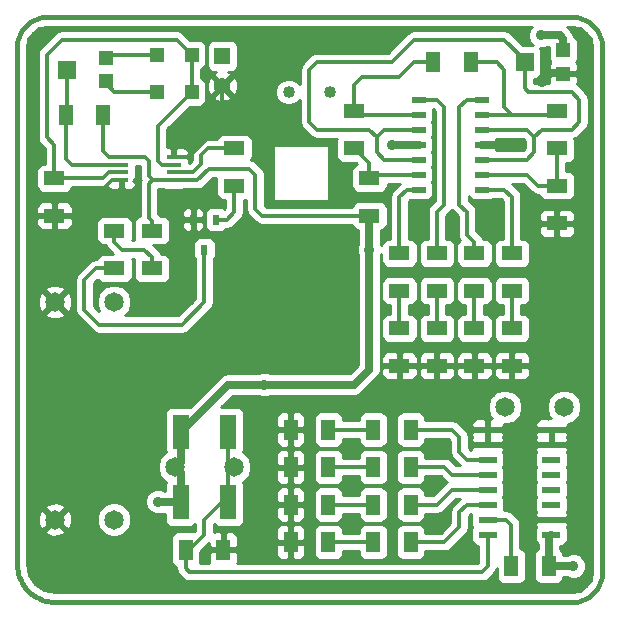
<source format=gbl>
G04 (created by PCBNEW-RS274X (2011-05-25)-stable) date Sun 24 Mar 2013 20:47:49 CET*
G01*
G70*
G90*
%MOIN*%
G04 Gerber Fmt 3.4, Leading zero omitted, Abs format*
%FSLAX34Y34*%
G04 APERTURE LIST*
%ADD10C,0.006000*%
%ADD11C,0.007900*%
%ADD12C,0.015000*%
%ADD13C,0.000100*%
%ADD14R,0.050000X0.016000*%
%ADD15C,0.040000*%
%ADD16C,0.065000*%
%ADD17R,0.055000X0.055000*%
%ADD18C,0.055000*%
%ADD19R,0.055100X0.114200*%
%ADD20R,0.024000X0.035000*%
%ADD21R,0.047200X0.047200*%
%ADD22R,0.045000X0.020000*%
%ADD23R,0.059100X0.063000*%
%ADD24R,0.070900X0.047200*%
%ADD25R,0.047200X0.070900*%
%ADD26R,0.061000X0.024000*%
%ADD27C,0.035000*%
%ADD28C,0.025000*%
%ADD29C,0.012000*%
%ADD30C,0.010000*%
G04 APERTURE END LIST*
G54D10*
G54D11*
G54D12*
X67250Y-28250D02*
X49750Y-28250D01*
X68250Y-46750D02*
X68250Y-29250D01*
X68250Y-29250D02*
X68246Y-29163D01*
X68234Y-29077D01*
X68215Y-28992D01*
X68189Y-28908D01*
X68156Y-28828D01*
X68116Y-28751D01*
X68069Y-28677D01*
X68016Y-28608D01*
X67957Y-28543D01*
X67892Y-28484D01*
X67823Y-28431D01*
X67750Y-28384D01*
X67672Y-28344D01*
X67592Y-28311D01*
X67508Y-28285D01*
X67423Y-28266D01*
X67337Y-28254D01*
X67250Y-28250D01*
X50000Y-47750D02*
X67250Y-47750D01*
X48750Y-46500D02*
X48750Y-29250D01*
X48750Y-46500D02*
X48755Y-46608D01*
X48769Y-46717D01*
X48793Y-46823D01*
X48826Y-46927D01*
X48868Y-47028D01*
X48918Y-47124D01*
X48977Y-47216D01*
X49043Y-47303D01*
X49117Y-47383D01*
X49197Y-47457D01*
X49284Y-47523D01*
X49376Y-47582D01*
X49472Y-47632D01*
X49573Y-47674D01*
X49677Y-47707D01*
X49783Y-47731D01*
X49892Y-47745D01*
X50000Y-47750D01*
X67250Y-47750D02*
X67337Y-47746D01*
X67423Y-47734D01*
X67508Y-47715D01*
X67592Y-47689D01*
X67672Y-47656D01*
X67750Y-47616D01*
X67823Y-47569D01*
X67892Y-47516D01*
X67957Y-47457D01*
X68016Y-47392D01*
X68069Y-47323D01*
X68116Y-47249D01*
X68156Y-47172D01*
X68189Y-47092D01*
X68215Y-47008D01*
X68234Y-46923D01*
X68246Y-46837D01*
X68250Y-46750D01*
X49750Y-28250D02*
X49663Y-28254D01*
X49577Y-28266D01*
X49492Y-28285D01*
X49408Y-28311D01*
X49328Y-28344D01*
X49251Y-28384D01*
X49177Y-28431D01*
X49108Y-28484D01*
X49043Y-28543D01*
X48984Y-28608D01*
X48931Y-28677D01*
X48884Y-28751D01*
X48844Y-28828D01*
X48811Y-28908D01*
X48785Y-28992D01*
X48766Y-29077D01*
X48754Y-29163D01*
X48750Y-29250D01*
G54D13*
G36*
X57674Y-34220D02*
X57674Y-34220D01*
X57674Y-34220D01*
X57674Y-34220D01*
X57674Y-34220D01*
X57674Y-34220D01*
X57674Y-34220D01*
X57674Y-34220D01*
X57674Y-34220D01*
X57674Y-34220D01*
X57674Y-34220D01*
X57674Y-34220D01*
X57674Y-34220D01*
X57674Y-34220D01*
X57674Y-34220D01*
G37*
G36*
X58314Y-33774D02*
X58314Y-33774D01*
X58314Y-33774D01*
X58314Y-33774D01*
X58314Y-33774D01*
X58314Y-33774D01*
X58314Y-33774D01*
X58314Y-33774D01*
G37*
G36*
X57892Y-33774D02*
X57892Y-33774D01*
X57892Y-33774D01*
X57892Y-33774D01*
X57892Y-33774D01*
X57892Y-33774D01*
X57892Y-33774D01*
X57892Y-33774D01*
G37*
G54D14*
X53975Y-32915D03*
X53975Y-33170D03*
X53975Y-33430D03*
X53975Y-33685D03*
X52225Y-33685D03*
X52225Y-33430D03*
X52225Y-33170D03*
X52225Y-32915D03*
G54D15*
X59189Y-30750D03*
X57811Y-30750D03*
G54D16*
X50016Y-45000D03*
X51984Y-45000D03*
X50016Y-37750D03*
X51984Y-37750D03*
X65016Y-41250D03*
X66984Y-41250D03*
G54D17*
X55600Y-29550D03*
G54D18*
X55600Y-30550D03*
G54D19*
X54213Y-44431D03*
X55787Y-44431D03*
X54213Y-42069D03*
X55787Y-42069D03*
G54D16*
X54016Y-43250D03*
X55984Y-43250D03*
G54D20*
X55375Y-35000D03*
X54625Y-35000D03*
X55000Y-36000D03*
G54D21*
X54571Y-29500D03*
X53429Y-29500D03*
X53429Y-30750D03*
X54571Y-30750D03*
G54D22*
X62150Y-34000D03*
X62150Y-33500D03*
X62150Y-33000D03*
X62150Y-32500D03*
X62150Y-32000D03*
X62150Y-31500D03*
X62150Y-31000D03*
X64250Y-31000D03*
X64250Y-31500D03*
X64250Y-32000D03*
X64250Y-32500D03*
X64250Y-33000D03*
X64250Y-33500D03*
X64250Y-34000D03*
G54D23*
X50429Y-30000D03*
G54D21*
X51709Y-29606D03*
X51709Y-30394D03*
G54D23*
X65679Y-29750D03*
G54D21*
X66959Y-29356D03*
X66959Y-30144D03*
G54D24*
X62750Y-39880D03*
X62750Y-38620D03*
G54D25*
X61880Y-42000D03*
X60620Y-42000D03*
G54D24*
X61500Y-39880D03*
X61500Y-38620D03*
X61500Y-36120D03*
X61500Y-37380D03*
G54D25*
X54370Y-46000D03*
X55630Y-46000D03*
X61880Y-44500D03*
X60620Y-44500D03*
X59130Y-44500D03*
X57870Y-44500D03*
X59130Y-45750D03*
X57870Y-45750D03*
X61880Y-45750D03*
X60620Y-45750D03*
X61880Y-43250D03*
X60620Y-43250D03*
X59130Y-43250D03*
X57870Y-43250D03*
X59130Y-42000D03*
X57870Y-42000D03*
G54D24*
X62750Y-36120D03*
X62750Y-37380D03*
X65250Y-36120D03*
X65250Y-37380D03*
X65250Y-39880D03*
X65250Y-38620D03*
X64000Y-39880D03*
X64000Y-38620D03*
X64000Y-36120D03*
X64000Y-37380D03*
X60000Y-32630D03*
X60000Y-31370D03*
G54D25*
X62620Y-29750D03*
X63880Y-29750D03*
G54D24*
X66750Y-33870D03*
X66750Y-35130D03*
X66750Y-31370D03*
X66750Y-32630D03*
X60500Y-34880D03*
X60500Y-33620D03*
G54D25*
X50370Y-31500D03*
X51630Y-31500D03*
G54D24*
X50000Y-33620D03*
X50000Y-34880D03*
X52000Y-35370D03*
X52000Y-36630D03*
X53250Y-35370D03*
X53250Y-36630D03*
X56000Y-33880D03*
X56000Y-32620D03*
G54D26*
X64437Y-45500D03*
X66563Y-45500D03*
X64437Y-45000D03*
X66563Y-45000D03*
X64437Y-44500D03*
X66563Y-44500D03*
X64437Y-44000D03*
X66563Y-44000D03*
X64437Y-43500D03*
X66563Y-43500D03*
X64437Y-43000D03*
X66563Y-43000D03*
X64437Y-42500D03*
X66563Y-42500D03*
X64437Y-42000D03*
X66563Y-42000D03*
G54D25*
X66480Y-46550D03*
X65220Y-46550D03*
G54D27*
X66218Y-28863D03*
X60500Y-36000D03*
X61250Y-32500D03*
X57000Y-40500D03*
X53450Y-44400D03*
X67300Y-46550D03*
X66250Y-30400D03*
X65250Y-32500D03*
X59750Y-41250D03*
G54D28*
X66218Y-28863D02*
X66837Y-28863D01*
X66959Y-28985D02*
X66959Y-29356D01*
X66837Y-28863D02*
X66959Y-28985D01*
X60500Y-34880D02*
X60500Y-36000D01*
X60500Y-36000D02*
X60500Y-40000D01*
X55782Y-40500D02*
X54213Y-42069D01*
X60000Y-40500D02*
X57000Y-40500D01*
X57000Y-40500D02*
X55782Y-40500D01*
X60500Y-40000D02*
X60000Y-40500D01*
G54D29*
X53975Y-33685D02*
X54765Y-33685D01*
X54765Y-33685D02*
X55150Y-33300D01*
X55150Y-33300D02*
X56500Y-33300D01*
X56500Y-33300D02*
X56700Y-33500D01*
X56700Y-33500D02*
X56700Y-34650D01*
X56700Y-34650D02*
X56930Y-34880D01*
X56930Y-34880D02*
X60500Y-34880D01*
X53300Y-33685D02*
X53265Y-33685D01*
X53250Y-35050D02*
X53250Y-35370D01*
X53150Y-34950D02*
X53250Y-35050D01*
X53150Y-33800D02*
X53150Y-34950D01*
X53265Y-33685D02*
X53150Y-33800D01*
X52225Y-32915D02*
X53015Y-32915D01*
X53285Y-33685D02*
X53300Y-33685D01*
X53300Y-33685D02*
X53975Y-33685D01*
X53150Y-33550D02*
X53285Y-33685D01*
X53150Y-33050D02*
X53150Y-33550D01*
X53015Y-32915D02*
X53150Y-33050D01*
X51630Y-31500D02*
X51630Y-32730D01*
X51815Y-32915D02*
X52225Y-32915D01*
X51630Y-32730D02*
X51815Y-32915D01*
G54D28*
X54213Y-44431D02*
X53481Y-44431D01*
X53481Y-44431D02*
X53450Y-44400D01*
X66480Y-46550D02*
X67300Y-46550D01*
X66480Y-46550D02*
X66480Y-45583D01*
X66480Y-45583D02*
X66563Y-45500D01*
X54213Y-44431D02*
X54213Y-43447D01*
X54213Y-43447D02*
X54016Y-43250D01*
X54016Y-43250D02*
X54050Y-43250D01*
X54050Y-43250D02*
X54213Y-43087D01*
X54213Y-43087D02*
X54213Y-42069D01*
G54D29*
X67033Y-29263D02*
X66959Y-29356D01*
G54D28*
X62150Y-32500D02*
X61250Y-32500D01*
G54D29*
X66250Y-30750D02*
X65800Y-30750D01*
X66000Y-32250D02*
X66250Y-32000D01*
X67250Y-30750D02*
X66250Y-30750D01*
X67500Y-31000D02*
X67250Y-30750D01*
X67500Y-31750D02*
X67500Y-31000D01*
X67250Y-32000D02*
X67500Y-31750D01*
X66250Y-32000D02*
X67250Y-32000D01*
X65679Y-30629D02*
X65679Y-29750D01*
X65800Y-30750D02*
X65679Y-30629D01*
X60750Y-32250D02*
X60500Y-32000D01*
X65679Y-29679D02*
X65679Y-29750D01*
X65000Y-29000D02*
X65679Y-29679D01*
X62000Y-29000D02*
X65000Y-29000D01*
X61750Y-29250D02*
X62000Y-29000D01*
X61250Y-29750D02*
X61750Y-29250D01*
X58750Y-29750D02*
X61250Y-29750D01*
X58500Y-30000D02*
X58750Y-29750D01*
X58500Y-30250D02*
X58500Y-30000D01*
X58500Y-31750D02*
X58500Y-30250D01*
X58750Y-32000D02*
X58500Y-31750D01*
X60500Y-32000D02*
X58750Y-32000D01*
X62150Y-33000D02*
X61000Y-33000D01*
X61000Y-32000D02*
X62150Y-32000D01*
X60750Y-32250D02*
X61000Y-32000D01*
X60750Y-32750D02*
X60750Y-32250D01*
X61000Y-33000D02*
X60750Y-32750D01*
X64250Y-33000D02*
X65750Y-33000D01*
X66000Y-32750D02*
X66000Y-32250D01*
X65750Y-33000D02*
X66000Y-32750D01*
X65750Y-32000D02*
X64250Y-32000D01*
X66000Y-32250D02*
X65750Y-32000D01*
X55787Y-44431D02*
X55569Y-44431D01*
X54500Y-46000D02*
X54370Y-46000D01*
X55000Y-45500D02*
X54500Y-46000D01*
X55000Y-45000D02*
X55000Y-45500D01*
X55569Y-44431D02*
X55000Y-45000D01*
X55787Y-42069D02*
X55787Y-43053D01*
X55787Y-43053D02*
X55984Y-43250D01*
X55984Y-43250D02*
X55984Y-43266D01*
X55984Y-43266D02*
X55787Y-43463D01*
X55787Y-43463D02*
X55787Y-44431D01*
X54370Y-46000D02*
X54370Y-46620D01*
X54370Y-46620D02*
X54500Y-46750D01*
X54500Y-46750D02*
X64250Y-46750D01*
X64250Y-46750D02*
X64437Y-46563D01*
X64437Y-46563D02*
X64437Y-45500D01*
X54333Y-46037D02*
X54370Y-46000D01*
X52225Y-33170D02*
X50570Y-33170D01*
X50370Y-32970D02*
X50370Y-31500D01*
X50570Y-33170D02*
X50370Y-32970D01*
X50429Y-30000D02*
X50429Y-31441D01*
X50429Y-31441D02*
X50370Y-31500D01*
X53975Y-33170D02*
X53570Y-33170D01*
X53450Y-31871D02*
X54571Y-30750D01*
X53450Y-33050D02*
X53450Y-31871D01*
X53570Y-33170D02*
X53450Y-33050D01*
X50000Y-33620D02*
X51630Y-33620D01*
X51820Y-33430D02*
X52225Y-33430D01*
X51630Y-33620D02*
X51820Y-33430D01*
X50000Y-33620D02*
X50000Y-32500D01*
X54071Y-29000D02*
X54571Y-29500D01*
X50250Y-29000D02*
X54071Y-29000D01*
X49750Y-29500D02*
X50250Y-29000D01*
X49750Y-32250D02*
X49750Y-29500D01*
X50000Y-32500D02*
X49750Y-32250D01*
X54571Y-29500D02*
X54571Y-30750D01*
G54D28*
X66250Y-30400D02*
X66550Y-30100D01*
X66550Y-30100D02*
X66915Y-30100D01*
X66915Y-30100D02*
X66959Y-30144D01*
X65250Y-32500D02*
X64250Y-32500D01*
G54D29*
X55600Y-30550D02*
X55600Y-31800D01*
X54485Y-32915D02*
X53975Y-32915D01*
X55600Y-31800D02*
X54485Y-32915D01*
X52225Y-33685D02*
X51915Y-33685D01*
X51270Y-34880D02*
X50000Y-34880D01*
X51700Y-34450D02*
X51270Y-34880D01*
X51700Y-33900D02*
X51700Y-34450D01*
X51915Y-33685D02*
X51700Y-33900D01*
X53250Y-36630D02*
X53250Y-36250D01*
X52000Y-35750D02*
X52000Y-35370D01*
X52250Y-36000D02*
X52000Y-35750D01*
X53000Y-36000D02*
X52250Y-36000D01*
X53250Y-36250D02*
X53000Y-36000D01*
X53250Y-38500D02*
X54250Y-38500D01*
X51000Y-38000D02*
X51500Y-38500D01*
X51500Y-38500D02*
X53250Y-38500D01*
X52000Y-36630D02*
X51370Y-36630D01*
X51000Y-37000D02*
X51000Y-37250D01*
X51370Y-36630D02*
X51000Y-37000D01*
X51000Y-37250D02*
X51000Y-38000D01*
X55000Y-37750D02*
X55000Y-36000D01*
X54250Y-38500D02*
X55000Y-37750D01*
X55375Y-35000D02*
X55750Y-35000D01*
X56000Y-34500D02*
X56000Y-33880D01*
X56000Y-34750D02*
X56000Y-34500D01*
X55750Y-35000D02*
X56000Y-34750D01*
X64000Y-38620D02*
X64000Y-37380D01*
X65250Y-38620D02*
X65250Y-37380D01*
X60500Y-33620D02*
X60500Y-33130D01*
X60500Y-33130D02*
X60000Y-32630D01*
X62150Y-33500D02*
X60620Y-33500D01*
X60620Y-33500D02*
X60500Y-33620D01*
X62620Y-29750D02*
X62000Y-29750D01*
X60000Y-30500D02*
X60000Y-31370D01*
X60250Y-30250D02*
X60000Y-30500D01*
X61500Y-30250D02*
X60250Y-30250D01*
X62000Y-29750D02*
X61500Y-30250D01*
X62150Y-31500D02*
X61500Y-31500D01*
X61500Y-31500D02*
X60130Y-31500D01*
X60130Y-31500D02*
X60000Y-31370D01*
X64000Y-36120D02*
X64000Y-35750D01*
X63750Y-31000D02*
X64250Y-31000D01*
X63500Y-31250D02*
X63750Y-31000D01*
X63500Y-34500D02*
X63500Y-31250D01*
X63750Y-34750D02*
X63500Y-34500D01*
X63750Y-35500D02*
X63750Y-34750D01*
X64000Y-35750D02*
X63750Y-35500D01*
X65250Y-36120D02*
X65250Y-34500D01*
X65000Y-34000D02*
X64250Y-34000D01*
X65250Y-34250D02*
X65000Y-34000D01*
X65250Y-34500D02*
X65250Y-34250D01*
X66750Y-33870D02*
X66120Y-33870D01*
X65750Y-33500D02*
X64250Y-33500D01*
X66120Y-33870D02*
X65750Y-33500D01*
X66750Y-32630D02*
X66750Y-33870D01*
X61500Y-36120D02*
X61500Y-34250D01*
X61750Y-34000D02*
X62150Y-34000D01*
X61500Y-34250D02*
X61750Y-34000D01*
X61500Y-38620D02*
X61500Y-37380D01*
X62750Y-38620D02*
X62750Y-37380D01*
X62750Y-36120D02*
X62750Y-34750D01*
X62750Y-31000D02*
X62150Y-31000D01*
X63000Y-31250D02*
X62750Y-31000D01*
X63000Y-34500D02*
X63000Y-31250D01*
X62750Y-34750D02*
X63000Y-34500D01*
X53975Y-33430D02*
X54620Y-33430D01*
X55130Y-32620D02*
X56000Y-32620D01*
X54900Y-32850D02*
X55130Y-32620D01*
X54900Y-33150D02*
X54900Y-32850D01*
X54620Y-33430D02*
X54900Y-33150D01*
X51709Y-30394D02*
X51709Y-30459D01*
X52000Y-30750D02*
X53429Y-30750D01*
X51709Y-30459D02*
X52000Y-30750D01*
X53429Y-29500D02*
X51815Y-29500D01*
X51815Y-29500D02*
X51709Y-29606D01*
X63880Y-29750D02*
X64750Y-29750D01*
X65000Y-31250D02*
X65250Y-31500D01*
X65000Y-30000D02*
X65000Y-31250D01*
X64750Y-29750D02*
X65000Y-30000D01*
X64250Y-31500D02*
X65250Y-31500D01*
X65250Y-31500D02*
X66620Y-31500D01*
X66620Y-31500D02*
X66750Y-31370D01*
X59130Y-42000D02*
X60620Y-42000D01*
X64437Y-43000D02*
X63750Y-43000D01*
X63250Y-42000D02*
X61880Y-42000D01*
X63500Y-42250D02*
X63250Y-42000D01*
X63500Y-42750D02*
X63500Y-42250D01*
X63750Y-43000D02*
X63500Y-42750D01*
X65220Y-46550D02*
X65220Y-45170D01*
X65050Y-45000D02*
X64437Y-45000D01*
X65220Y-45170D02*
X65050Y-45000D01*
X61880Y-44500D02*
X62750Y-44500D01*
X63250Y-44000D02*
X64437Y-44000D01*
X62750Y-44500D02*
X63250Y-44000D01*
X59130Y-44500D02*
X60620Y-44500D01*
X60620Y-45750D02*
X59130Y-45750D01*
X64437Y-44500D02*
X63750Y-44500D01*
X63000Y-45750D02*
X61880Y-45750D01*
X63500Y-45250D02*
X63000Y-45750D01*
X63500Y-44750D02*
X63500Y-45250D01*
X63750Y-44500D02*
X63500Y-44750D01*
X61880Y-43250D02*
X63000Y-43250D01*
X63250Y-43500D02*
X64437Y-43500D01*
X63000Y-43250D02*
X63250Y-43500D01*
X60620Y-43250D02*
X59130Y-43250D01*
G54D10*
G36*
X65690Y-32621D02*
X65621Y-32690D01*
X64707Y-32690D01*
X64724Y-32649D01*
X64725Y-32612D01*
X64663Y-32550D01*
X64350Y-32550D01*
X64300Y-32550D01*
X64200Y-32550D01*
X64200Y-32450D01*
X64300Y-32450D01*
X64350Y-32450D01*
X64663Y-32450D01*
X64725Y-32388D01*
X64724Y-32351D01*
X64707Y-32310D01*
X65621Y-32310D01*
X65690Y-32378D01*
X65690Y-32621D01*
X65690Y-32621D01*
G37*
G54D30*
X65690Y-32621D02*
X65621Y-32690D01*
X64707Y-32690D01*
X64724Y-32649D01*
X64725Y-32612D01*
X64663Y-32550D01*
X64350Y-32550D01*
X64300Y-32550D01*
X64200Y-32550D01*
X64200Y-32450D01*
X64300Y-32450D01*
X64350Y-32450D01*
X64663Y-32450D01*
X64725Y-32388D01*
X64724Y-32351D01*
X64707Y-32310D01*
X65621Y-32310D01*
X65690Y-32378D01*
X65690Y-32621D01*
G54D10*
G36*
X67925Y-46717D02*
X67867Y-47005D01*
X67725Y-47218D01*
X67725Y-46635D01*
X67725Y-46466D01*
X67661Y-46310D01*
X67559Y-46208D01*
X67559Y-41365D01*
X67559Y-41136D01*
X67472Y-40925D01*
X67354Y-40807D01*
X67354Y-35242D01*
X67354Y-35018D01*
X67353Y-34845D01*
X67315Y-34753D01*
X67245Y-34683D01*
X67154Y-34645D01*
X67055Y-34645D01*
X66862Y-34644D01*
X66800Y-34706D01*
X66800Y-35080D01*
X67292Y-35080D01*
X67354Y-35018D01*
X67354Y-35242D01*
X67292Y-35180D01*
X66800Y-35180D01*
X66800Y-35554D01*
X66862Y-35616D01*
X67055Y-35615D01*
X67154Y-35615D01*
X67245Y-35577D01*
X67315Y-35507D01*
X67353Y-35415D01*
X67354Y-35242D01*
X67354Y-40807D01*
X67310Y-40763D01*
X67099Y-40675D01*
X66870Y-40675D01*
X66700Y-40745D01*
X66700Y-35554D01*
X66700Y-35180D01*
X66700Y-35080D01*
X66700Y-34706D01*
X66638Y-34644D01*
X66445Y-34645D01*
X66346Y-34645D01*
X66255Y-34683D01*
X66185Y-34753D01*
X66147Y-34845D01*
X66146Y-35018D01*
X66208Y-35080D01*
X66700Y-35080D01*
X66700Y-35180D01*
X66208Y-35180D01*
X66146Y-35242D01*
X66147Y-35415D01*
X66185Y-35507D01*
X66255Y-35577D01*
X66346Y-35615D01*
X66445Y-35615D01*
X66638Y-35616D01*
X66700Y-35554D01*
X66700Y-40745D01*
X66659Y-40762D01*
X66497Y-40924D01*
X66409Y-41135D01*
X66409Y-41364D01*
X66496Y-41575D01*
X66551Y-41630D01*
X66463Y-41630D01*
X66463Y-41642D01*
X66451Y-41630D01*
X66307Y-41631D01*
X66208Y-41631D01*
X66117Y-41669D01*
X66047Y-41739D01*
X66009Y-41831D01*
X66008Y-41888D01*
X66070Y-41950D01*
X66463Y-41950D01*
X66513Y-41950D01*
X66613Y-41950D01*
X66663Y-41950D01*
X67056Y-41950D01*
X67118Y-41888D01*
X67117Y-41831D01*
X67112Y-41819D01*
X67309Y-41738D01*
X67471Y-41576D01*
X67559Y-41365D01*
X67559Y-46208D01*
X67541Y-46190D01*
X67385Y-46125D01*
X67216Y-46125D01*
X67094Y-46175D01*
X66965Y-46175D01*
X66965Y-46147D01*
X66927Y-46055D01*
X66857Y-45985D01*
X66855Y-45984D01*
X66855Y-45869D01*
X66917Y-45869D01*
X67009Y-45831D01*
X67079Y-45761D01*
X67117Y-45670D01*
X67117Y-45571D01*
X67117Y-45331D01*
X67083Y-45250D01*
X67117Y-45169D01*
X67118Y-45112D01*
X67118Y-44888D01*
X67117Y-44831D01*
X67083Y-44750D01*
X67117Y-44670D01*
X67117Y-44571D01*
X67117Y-44331D01*
X67083Y-44250D01*
X67117Y-44170D01*
X67117Y-44071D01*
X67117Y-43831D01*
X67083Y-43750D01*
X67117Y-43670D01*
X67117Y-43571D01*
X67117Y-43331D01*
X67083Y-43250D01*
X67117Y-43170D01*
X67117Y-43071D01*
X67117Y-42831D01*
X67083Y-42750D01*
X67117Y-42669D01*
X67118Y-42612D01*
X67118Y-42388D01*
X67117Y-42331D01*
X67083Y-42250D01*
X67117Y-42169D01*
X67118Y-42112D01*
X67056Y-42050D01*
X66613Y-42050D01*
X66613Y-42192D01*
X66613Y-42308D01*
X66613Y-42450D01*
X67056Y-42450D01*
X67118Y-42388D01*
X67118Y-42612D01*
X67056Y-42550D01*
X66663Y-42550D01*
X66613Y-42550D01*
X66513Y-42550D01*
X66513Y-42450D01*
X66513Y-42308D01*
X66513Y-42192D01*
X66513Y-42050D01*
X66070Y-42050D01*
X66008Y-42112D01*
X66009Y-42169D01*
X66042Y-42250D01*
X66009Y-42331D01*
X66008Y-42388D01*
X66070Y-42450D01*
X66513Y-42450D01*
X66513Y-42550D01*
X66463Y-42550D01*
X66070Y-42550D01*
X66008Y-42612D01*
X66009Y-42669D01*
X66042Y-42749D01*
X66009Y-42830D01*
X66009Y-42929D01*
X66009Y-43169D01*
X66042Y-43249D01*
X66009Y-43330D01*
X66009Y-43429D01*
X66009Y-43669D01*
X66042Y-43749D01*
X66009Y-43830D01*
X66009Y-43929D01*
X66009Y-44169D01*
X66042Y-44249D01*
X66009Y-44330D01*
X66009Y-44429D01*
X66009Y-44669D01*
X66042Y-44750D01*
X66009Y-44831D01*
X66008Y-44888D01*
X66070Y-44950D01*
X66463Y-44950D01*
X66513Y-44950D01*
X66613Y-44950D01*
X66663Y-44950D01*
X67056Y-44950D01*
X67118Y-44888D01*
X67118Y-45112D01*
X67056Y-45050D01*
X66663Y-45050D01*
X66613Y-45050D01*
X66513Y-45050D01*
X66463Y-45050D01*
X66070Y-45050D01*
X66008Y-45112D01*
X66009Y-45169D01*
X66042Y-45249D01*
X66009Y-45330D01*
X66009Y-45429D01*
X66009Y-45669D01*
X66047Y-45761D01*
X66105Y-45819D01*
X66105Y-45984D01*
X66103Y-45985D01*
X66033Y-46055D01*
X65995Y-46146D01*
X65995Y-46245D01*
X65995Y-46953D01*
X66033Y-47045D01*
X66103Y-47115D01*
X66194Y-47153D01*
X66293Y-47153D01*
X66765Y-47153D01*
X66857Y-47115D01*
X66927Y-47045D01*
X66965Y-46954D01*
X66965Y-46925D01*
X67095Y-46925D01*
X67215Y-46975D01*
X67384Y-46975D01*
X67540Y-46911D01*
X67660Y-46791D01*
X67725Y-46635D01*
X67725Y-47218D01*
X67722Y-47223D01*
X67506Y-47367D01*
X67217Y-47425D01*
X65854Y-47425D01*
X65854Y-39992D01*
X65854Y-39768D01*
X65853Y-39595D01*
X65853Y-38906D01*
X65853Y-38807D01*
X65853Y-38335D01*
X65815Y-38243D01*
X65745Y-38173D01*
X65654Y-38135D01*
X65560Y-38135D01*
X65560Y-37865D01*
X65653Y-37865D01*
X65745Y-37827D01*
X65815Y-37757D01*
X65853Y-37666D01*
X65853Y-37567D01*
X65853Y-37095D01*
X65815Y-37003D01*
X65745Y-36933D01*
X65654Y-36895D01*
X65555Y-36895D01*
X64847Y-36895D01*
X64755Y-36933D01*
X64685Y-37003D01*
X64647Y-37094D01*
X64647Y-37193D01*
X64647Y-37665D01*
X64685Y-37757D01*
X64755Y-37827D01*
X64846Y-37865D01*
X64940Y-37865D01*
X64940Y-38135D01*
X64847Y-38135D01*
X64755Y-38173D01*
X64685Y-38243D01*
X64647Y-38334D01*
X64647Y-38433D01*
X64647Y-38905D01*
X64685Y-38997D01*
X64755Y-39067D01*
X64846Y-39105D01*
X64945Y-39105D01*
X65653Y-39105D01*
X65745Y-39067D01*
X65815Y-38997D01*
X65853Y-38906D01*
X65853Y-39595D01*
X65815Y-39503D01*
X65745Y-39433D01*
X65654Y-39395D01*
X65555Y-39395D01*
X65362Y-39394D01*
X65300Y-39456D01*
X65300Y-39830D01*
X65792Y-39830D01*
X65854Y-39768D01*
X65854Y-39992D01*
X65792Y-39930D01*
X65300Y-39930D01*
X65300Y-40304D01*
X65362Y-40366D01*
X65555Y-40365D01*
X65654Y-40365D01*
X65745Y-40327D01*
X65815Y-40257D01*
X65853Y-40165D01*
X65854Y-39992D01*
X65854Y-47425D01*
X52559Y-47425D01*
X52559Y-45115D01*
X52559Y-44886D01*
X52472Y-44675D01*
X52310Y-44513D01*
X52099Y-44425D01*
X51870Y-44425D01*
X51659Y-44512D01*
X51497Y-44674D01*
X51409Y-44885D01*
X51409Y-45114D01*
X51496Y-45325D01*
X51658Y-45487D01*
X51869Y-45575D01*
X52098Y-45575D01*
X52309Y-45488D01*
X52471Y-45326D01*
X52559Y-45115D01*
X52559Y-47425D01*
X50604Y-47425D01*
X50604Y-34992D01*
X50604Y-34768D01*
X50603Y-34595D01*
X50565Y-34503D01*
X50495Y-34433D01*
X50404Y-34395D01*
X50305Y-34395D01*
X50112Y-34394D01*
X50050Y-34456D01*
X50050Y-34830D01*
X50542Y-34830D01*
X50604Y-34768D01*
X50604Y-34992D01*
X50542Y-34930D01*
X50050Y-34930D01*
X50050Y-35304D01*
X50112Y-35366D01*
X50305Y-35365D01*
X50404Y-35365D01*
X50495Y-35327D01*
X50565Y-35257D01*
X50603Y-35165D01*
X50604Y-34992D01*
X50604Y-47425D01*
X50584Y-47425D01*
X50584Y-45084D01*
X50584Y-37834D01*
X50572Y-37611D01*
X50508Y-37454D01*
X50412Y-37425D01*
X50341Y-37496D01*
X50341Y-37354D01*
X50312Y-37258D01*
X50100Y-37182D01*
X49950Y-37190D01*
X49950Y-35304D01*
X49950Y-34930D01*
X49950Y-34830D01*
X49950Y-34456D01*
X49888Y-34394D01*
X49695Y-34395D01*
X49596Y-34395D01*
X49505Y-34433D01*
X49435Y-34503D01*
X49397Y-34595D01*
X49396Y-34768D01*
X49458Y-34830D01*
X49950Y-34830D01*
X49950Y-34930D01*
X49458Y-34930D01*
X49396Y-34992D01*
X49397Y-35165D01*
X49435Y-35257D01*
X49505Y-35327D01*
X49596Y-35365D01*
X49695Y-35365D01*
X49888Y-35366D01*
X49950Y-35304D01*
X49950Y-37190D01*
X49877Y-37194D01*
X49720Y-37258D01*
X49691Y-37354D01*
X50016Y-37679D01*
X50341Y-37354D01*
X50341Y-37496D01*
X50087Y-37750D01*
X50412Y-38075D01*
X50508Y-38046D01*
X50584Y-37834D01*
X50584Y-45084D01*
X50572Y-44861D01*
X50508Y-44704D01*
X50412Y-44675D01*
X50341Y-44746D01*
X50341Y-44604D01*
X50341Y-38146D01*
X50016Y-37821D01*
X49945Y-37892D01*
X49945Y-37750D01*
X49620Y-37425D01*
X49524Y-37454D01*
X49448Y-37666D01*
X49460Y-37889D01*
X49524Y-38046D01*
X49620Y-38075D01*
X49945Y-37750D01*
X49945Y-37892D01*
X49691Y-38146D01*
X49720Y-38242D01*
X49932Y-38318D01*
X50155Y-38306D01*
X50312Y-38242D01*
X50341Y-38146D01*
X50341Y-44604D01*
X50312Y-44508D01*
X50100Y-44432D01*
X49877Y-44444D01*
X49720Y-44508D01*
X49691Y-44604D01*
X50016Y-44929D01*
X50341Y-44604D01*
X50341Y-44746D01*
X50087Y-45000D01*
X50412Y-45325D01*
X50508Y-45296D01*
X50584Y-45084D01*
X50584Y-47425D01*
X50341Y-47425D01*
X50341Y-45396D01*
X50016Y-45071D01*
X49945Y-45142D01*
X49945Y-45000D01*
X49620Y-44675D01*
X49524Y-44704D01*
X49448Y-44916D01*
X49460Y-45139D01*
X49524Y-45296D01*
X49620Y-45325D01*
X49945Y-45000D01*
X49945Y-45142D01*
X49691Y-45396D01*
X49720Y-45492D01*
X49932Y-45568D01*
X50155Y-45556D01*
X50312Y-45492D01*
X50341Y-45396D01*
X50341Y-47425D01*
X50032Y-47425D01*
X49648Y-47348D01*
X49349Y-47149D01*
X49150Y-46851D01*
X49075Y-46467D01*
X49075Y-29282D01*
X49132Y-28993D01*
X49276Y-28777D01*
X49494Y-28632D01*
X49782Y-28575D01*
X65905Y-28575D01*
X65858Y-28622D01*
X65793Y-28778D01*
X65793Y-28947D01*
X65857Y-29103D01*
X65940Y-29186D01*
X65925Y-29186D01*
X65624Y-29186D01*
X65219Y-28781D01*
X65119Y-28714D01*
X65000Y-28690D01*
X62000Y-28690D01*
X61881Y-28714D01*
X61831Y-28747D01*
X61780Y-28781D01*
X61531Y-29031D01*
X61122Y-29440D01*
X58750Y-29440D01*
X58631Y-29464D01*
X58581Y-29497D01*
X58530Y-29531D01*
X58281Y-29781D01*
X58214Y-29881D01*
X58190Y-30000D01*
X58190Y-30250D01*
X58190Y-30494D01*
X58066Y-30370D01*
X57901Y-30301D01*
X57722Y-30301D01*
X57557Y-30369D01*
X57431Y-30495D01*
X57362Y-30660D01*
X57362Y-30839D01*
X57430Y-31004D01*
X57556Y-31130D01*
X57721Y-31199D01*
X57900Y-31199D01*
X58065Y-31131D01*
X58190Y-31006D01*
X58190Y-31750D01*
X58214Y-31869D01*
X58281Y-31969D01*
X58530Y-32219D01*
X58531Y-32219D01*
X58581Y-32252D01*
X58631Y-32286D01*
X58632Y-32286D01*
X58750Y-32310D01*
X59411Y-32310D01*
X59397Y-32344D01*
X59397Y-32443D01*
X59397Y-32915D01*
X59435Y-33007D01*
X59505Y-33077D01*
X59596Y-33115D01*
X59695Y-33115D01*
X60047Y-33115D01*
X60075Y-33143D01*
X60005Y-33173D01*
X59935Y-33243D01*
X59897Y-33334D01*
X59897Y-33433D01*
X59897Y-33905D01*
X59935Y-33997D01*
X60005Y-34067D01*
X60096Y-34105D01*
X60195Y-34105D01*
X60903Y-34105D01*
X60995Y-34067D01*
X61065Y-33997D01*
X61103Y-33906D01*
X61103Y-33810D01*
X61501Y-33810D01*
X61281Y-34031D01*
X61214Y-34131D01*
X61190Y-34250D01*
X61190Y-35635D01*
X61097Y-35635D01*
X61005Y-35673D01*
X60935Y-35743D01*
X60897Y-35834D01*
X60897Y-35847D01*
X60875Y-35794D01*
X60875Y-35365D01*
X60903Y-35365D01*
X60995Y-35327D01*
X61065Y-35257D01*
X61103Y-35166D01*
X61103Y-35067D01*
X61103Y-34595D01*
X61065Y-34503D01*
X60995Y-34433D01*
X60904Y-34395D01*
X60805Y-34395D01*
X60097Y-34395D01*
X60005Y-34433D01*
X59935Y-34503D01*
X59907Y-34570D01*
X59140Y-34570D01*
X59140Y-34396D01*
X59140Y-32527D01*
X57283Y-32527D01*
X57283Y-34396D01*
X59140Y-34396D01*
X59140Y-34570D01*
X57058Y-34570D01*
X57010Y-34522D01*
X57010Y-33500D01*
X57009Y-33499D01*
X56986Y-33381D01*
X56919Y-33281D01*
X56919Y-33280D01*
X56719Y-33081D01*
X56619Y-33014D01*
X56559Y-33002D01*
X56565Y-32997D01*
X56603Y-32906D01*
X56603Y-32807D01*
X56603Y-32335D01*
X56565Y-32243D01*
X56495Y-32173D01*
X56404Y-32135D01*
X56305Y-32135D01*
X56124Y-32135D01*
X56124Y-29875D01*
X56124Y-29776D01*
X56124Y-29226D01*
X56086Y-29134D01*
X56016Y-29064D01*
X55925Y-29026D01*
X55826Y-29026D01*
X55276Y-29026D01*
X55184Y-29064D01*
X55114Y-29134D01*
X55076Y-29225D01*
X55076Y-29324D01*
X55076Y-29874D01*
X55114Y-29966D01*
X55184Y-30036D01*
X55275Y-30074D01*
X55374Y-30074D01*
X55391Y-30074D01*
X55333Y-30098D01*
X55310Y-30189D01*
X55600Y-30479D01*
X55890Y-30189D01*
X55867Y-30098D01*
X55797Y-30074D01*
X55924Y-30074D01*
X56016Y-30036D01*
X56086Y-29966D01*
X56124Y-29875D01*
X56124Y-32135D01*
X56119Y-32135D01*
X56119Y-30624D01*
X56108Y-30420D01*
X56052Y-30283D01*
X55961Y-30260D01*
X55671Y-30550D01*
X55961Y-30840D01*
X56052Y-30817D01*
X56119Y-30624D01*
X56119Y-32135D01*
X55890Y-32135D01*
X55890Y-30911D01*
X55600Y-30621D01*
X55529Y-30692D01*
X55529Y-30550D01*
X55239Y-30260D01*
X55148Y-30283D01*
X55081Y-30476D01*
X55092Y-30680D01*
X55148Y-30817D01*
X55239Y-30840D01*
X55529Y-30550D01*
X55529Y-30692D01*
X55310Y-30911D01*
X55333Y-31002D01*
X55526Y-31069D01*
X55730Y-31058D01*
X55867Y-31002D01*
X55890Y-30911D01*
X55890Y-32135D01*
X55597Y-32135D01*
X55505Y-32173D01*
X55435Y-32243D01*
X55407Y-32310D01*
X55130Y-32310D01*
X55011Y-32334D01*
X54911Y-32401D01*
X54681Y-32631D01*
X54614Y-32731D01*
X54590Y-32850D01*
X54590Y-33021D01*
X54491Y-33120D01*
X54474Y-33120D01*
X54474Y-33044D01*
X54474Y-33041D01*
X54475Y-33017D01*
X54456Y-32998D01*
X54436Y-32949D01*
X54366Y-32879D01*
X54356Y-32875D01*
X54413Y-32875D01*
X54475Y-32813D01*
X54474Y-32786D01*
X54436Y-32694D01*
X54366Y-32624D01*
X54275Y-32586D01*
X54176Y-32586D01*
X54087Y-32585D01*
X54025Y-32647D01*
X54025Y-32841D01*
X53925Y-32841D01*
X53925Y-32815D01*
X53925Y-32647D01*
X53863Y-32585D01*
X53774Y-32586D01*
X53760Y-32586D01*
X53760Y-31999D01*
X54524Y-31235D01*
X54856Y-31235D01*
X54948Y-31197D01*
X55018Y-31127D01*
X55056Y-31036D01*
X55056Y-30937D01*
X55056Y-30465D01*
X55018Y-30373D01*
X54948Y-30303D01*
X54881Y-30275D01*
X54881Y-29974D01*
X54948Y-29947D01*
X55018Y-29877D01*
X55056Y-29786D01*
X55056Y-29687D01*
X55056Y-29215D01*
X55018Y-29123D01*
X54948Y-29053D01*
X54857Y-29015D01*
X54758Y-29015D01*
X54524Y-29015D01*
X54290Y-28781D01*
X54190Y-28714D01*
X54071Y-28690D01*
X50250Y-28690D01*
X50131Y-28714D01*
X50031Y-28781D01*
X49531Y-29281D01*
X49464Y-29381D01*
X49440Y-29500D01*
X49440Y-32250D01*
X49464Y-32369D01*
X49531Y-32469D01*
X49690Y-32628D01*
X49690Y-33135D01*
X49597Y-33135D01*
X49505Y-33173D01*
X49435Y-33243D01*
X49397Y-33334D01*
X49397Y-33433D01*
X49397Y-33905D01*
X49435Y-33997D01*
X49505Y-34067D01*
X49596Y-34105D01*
X49695Y-34105D01*
X50403Y-34105D01*
X50495Y-34067D01*
X50565Y-33997D01*
X50592Y-33930D01*
X51630Y-33930D01*
X51748Y-33906D01*
X51749Y-33906D01*
X51760Y-33898D01*
X51764Y-33906D01*
X51834Y-33976D01*
X51925Y-34014D01*
X52024Y-34014D01*
X52113Y-34015D01*
X52175Y-33953D01*
X52175Y-33785D01*
X52175Y-33759D01*
X52275Y-33759D01*
X52275Y-33953D01*
X52337Y-34015D01*
X52426Y-34014D01*
X52525Y-34014D01*
X52616Y-33976D01*
X52686Y-33906D01*
X52724Y-33814D01*
X52725Y-33787D01*
X52663Y-33725D01*
X52606Y-33725D01*
X52616Y-33721D01*
X52686Y-33651D01*
X52706Y-33601D01*
X52725Y-33583D01*
X52724Y-33560D01*
X52724Y-33556D01*
X52724Y-33461D01*
X52724Y-33301D01*
X52723Y-33300D01*
X52724Y-33300D01*
X52724Y-33225D01*
X52840Y-33225D01*
X52840Y-33550D01*
X52864Y-33669D01*
X52868Y-33674D01*
X52868Y-33675D01*
X52864Y-33681D01*
X52840Y-33800D01*
X52840Y-34887D01*
X52755Y-34923D01*
X52685Y-34993D01*
X52647Y-35084D01*
X52647Y-35183D01*
X52647Y-35655D01*
X52661Y-35690D01*
X52588Y-35690D01*
X52603Y-35656D01*
X52603Y-35557D01*
X52603Y-35085D01*
X52565Y-34993D01*
X52495Y-34923D01*
X52404Y-34885D01*
X52305Y-34885D01*
X51597Y-34885D01*
X51505Y-34923D01*
X51435Y-34993D01*
X51397Y-35084D01*
X51397Y-35183D01*
X51397Y-35655D01*
X51435Y-35747D01*
X51505Y-35817D01*
X51596Y-35855D01*
X51695Y-35855D01*
X51711Y-35855D01*
X51714Y-35869D01*
X51781Y-35969D01*
X51956Y-36145D01*
X51597Y-36145D01*
X51505Y-36183D01*
X51435Y-36253D01*
X51407Y-36320D01*
X51370Y-36320D01*
X51251Y-36344D01*
X51151Y-36411D01*
X50781Y-36781D01*
X50714Y-36881D01*
X50690Y-37000D01*
X50690Y-37250D01*
X50690Y-38000D01*
X50714Y-38119D01*
X50781Y-38219D01*
X51281Y-38719D01*
X51381Y-38786D01*
X51382Y-38786D01*
X51500Y-38810D01*
X53250Y-38810D01*
X54250Y-38810D01*
X54368Y-38786D01*
X54369Y-38786D01*
X54469Y-38719D01*
X55219Y-37970D01*
X55219Y-37969D01*
X55286Y-37869D01*
X55309Y-37750D01*
X55310Y-37750D01*
X55310Y-36337D01*
X55331Y-36316D01*
X55369Y-36225D01*
X55369Y-36126D01*
X55369Y-35776D01*
X55331Y-35684D01*
X55261Y-35614D01*
X55170Y-35576D01*
X55071Y-35576D01*
X54995Y-35576D01*
X54995Y-35112D01*
X54995Y-34888D01*
X54994Y-34874D01*
X54994Y-34775D01*
X54956Y-34684D01*
X54886Y-34614D01*
X54794Y-34576D01*
X54737Y-34575D01*
X54675Y-34637D01*
X54675Y-34950D01*
X54933Y-34950D01*
X54995Y-34888D01*
X54995Y-35112D01*
X54933Y-35050D01*
X54675Y-35050D01*
X54675Y-35363D01*
X54737Y-35425D01*
X54794Y-35424D01*
X54886Y-35386D01*
X54956Y-35316D01*
X54994Y-35225D01*
X54994Y-35126D01*
X54995Y-35112D01*
X54995Y-35576D01*
X54831Y-35576D01*
X54739Y-35614D01*
X54669Y-35684D01*
X54631Y-35775D01*
X54631Y-35874D01*
X54631Y-36224D01*
X54669Y-36316D01*
X54690Y-36337D01*
X54690Y-37621D01*
X54575Y-37736D01*
X54575Y-35363D01*
X54575Y-35050D01*
X54575Y-34950D01*
X54575Y-34637D01*
X54513Y-34575D01*
X54456Y-34576D01*
X54364Y-34614D01*
X54294Y-34684D01*
X54256Y-34775D01*
X54256Y-34874D01*
X54255Y-34888D01*
X54317Y-34950D01*
X54575Y-34950D01*
X54575Y-35050D01*
X54317Y-35050D01*
X54255Y-35112D01*
X54256Y-35126D01*
X54256Y-35225D01*
X54294Y-35316D01*
X54364Y-35386D01*
X54456Y-35424D01*
X54513Y-35425D01*
X54575Y-35363D01*
X54575Y-37736D01*
X54121Y-38190D01*
X53250Y-38190D01*
X52357Y-38190D01*
X52471Y-38076D01*
X52559Y-37865D01*
X52559Y-37636D01*
X52472Y-37425D01*
X52310Y-37263D01*
X52099Y-37175D01*
X51870Y-37175D01*
X51659Y-37262D01*
X51497Y-37424D01*
X51409Y-37635D01*
X51409Y-37864D01*
X51484Y-38046D01*
X51310Y-37872D01*
X51310Y-37250D01*
X51310Y-37128D01*
X51433Y-37004D01*
X51435Y-37007D01*
X51505Y-37077D01*
X51596Y-37115D01*
X51695Y-37115D01*
X52403Y-37115D01*
X52495Y-37077D01*
X52565Y-37007D01*
X52603Y-36916D01*
X52603Y-36817D01*
X52603Y-36345D01*
X52588Y-36310D01*
X52661Y-36310D01*
X52647Y-36344D01*
X52647Y-36443D01*
X52647Y-36915D01*
X52685Y-37007D01*
X52755Y-37077D01*
X52846Y-37115D01*
X52945Y-37115D01*
X53653Y-37115D01*
X53745Y-37077D01*
X53815Y-37007D01*
X53853Y-36916D01*
X53853Y-36817D01*
X53853Y-36345D01*
X53815Y-36253D01*
X53745Y-36183D01*
X53654Y-36145D01*
X53555Y-36145D01*
X53538Y-36145D01*
X53536Y-36132D01*
X53536Y-36131D01*
X53502Y-36081D01*
X53469Y-36031D01*
X53469Y-36030D01*
X53293Y-35855D01*
X53653Y-35855D01*
X53745Y-35817D01*
X53815Y-35747D01*
X53853Y-35656D01*
X53853Y-35557D01*
X53853Y-35085D01*
X53815Y-34993D01*
X53745Y-34923D01*
X53654Y-34885D01*
X53555Y-34885D01*
X53505Y-34885D01*
X53502Y-34881D01*
X53469Y-34831D01*
X53469Y-34830D01*
X53460Y-34821D01*
X53460Y-33995D01*
X53629Y-33995D01*
X53675Y-34014D01*
X53774Y-34014D01*
X54274Y-34014D01*
X54320Y-33995D01*
X54765Y-33995D01*
X54883Y-33971D01*
X54884Y-33971D01*
X54984Y-33904D01*
X55278Y-33610D01*
X55397Y-33610D01*
X55397Y-33693D01*
X55397Y-34165D01*
X55435Y-34257D01*
X55505Y-34327D01*
X55596Y-34365D01*
X55690Y-34365D01*
X55690Y-34500D01*
X55690Y-34621D01*
X55666Y-34644D01*
X55636Y-34614D01*
X55545Y-34576D01*
X55446Y-34576D01*
X55206Y-34576D01*
X55114Y-34614D01*
X55044Y-34684D01*
X55006Y-34775D01*
X55006Y-34874D01*
X55006Y-35224D01*
X55044Y-35316D01*
X55114Y-35386D01*
X55205Y-35424D01*
X55304Y-35424D01*
X55544Y-35424D01*
X55636Y-35386D01*
X55706Y-35316D01*
X55708Y-35310D01*
X55750Y-35310D01*
X55868Y-35286D01*
X55869Y-35286D01*
X55969Y-35219D01*
X56219Y-34970D01*
X56219Y-34969D01*
X56252Y-34919D01*
X56286Y-34869D01*
X56286Y-34868D01*
X56309Y-34750D01*
X56310Y-34750D01*
X56310Y-34500D01*
X56310Y-34365D01*
X56390Y-34365D01*
X56390Y-34650D01*
X56414Y-34769D01*
X56481Y-34869D01*
X56711Y-35099D01*
X56811Y-35166D01*
X56812Y-35166D01*
X56930Y-35190D01*
X59907Y-35190D01*
X59935Y-35257D01*
X60005Y-35327D01*
X60096Y-35365D01*
X60125Y-35365D01*
X60125Y-35795D01*
X60075Y-35915D01*
X60075Y-36084D01*
X60125Y-36205D01*
X60125Y-39845D01*
X59845Y-40125D01*
X57205Y-40125D01*
X57085Y-40075D01*
X56916Y-40075D01*
X56794Y-40125D01*
X55782Y-40125D01*
X55638Y-40154D01*
X55577Y-40194D01*
X55516Y-40235D01*
X54502Y-41249D01*
X54439Y-41249D01*
X53889Y-41249D01*
X53797Y-41287D01*
X53727Y-41357D01*
X53689Y-41448D01*
X53689Y-41547D01*
X53689Y-42689D01*
X53715Y-42752D01*
X53691Y-42762D01*
X53529Y-42924D01*
X53441Y-43135D01*
X53441Y-43364D01*
X53528Y-43575D01*
X53690Y-43737D01*
X53715Y-43747D01*
X53689Y-43810D01*
X53689Y-43909D01*
X53689Y-44039D01*
X53535Y-43975D01*
X53366Y-43975D01*
X53210Y-44039D01*
X53090Y-44159D01*
X53025Y-44315D01*
X53025Y-44484D01*
X53089Y-44640D01*
X53209Y-44760D01*
X53365Y-44825D01*
X53534Y-44825D01*
X53580Y-44806D01*
X53689Y-44806D01*
X53689Y-45051D01*
X53727Y-45143D01*
X53797Y-45213D01*
X53888Y-45251D01*
X53987Y-45251D01*
X54537Y-45251D01*
X54629Y-45213D01*
X54690Y-45152D01*
X54690Y-45372D01*
X54662Y-45399D01*
X54656Y-45397D01*
X54557Y-45397D01*
X54085Y-45397D01*
X53993Y-45435D01*
X53923Y-45505D01*
X53885Y-45596D01*
X53885Y-45695D01*
X53885Y-46403D01*
X53923Y-46495D01*
X53993Y-46565D01*
X54060Y-46592D01*
X54060Y-46620D01*
X54084Y-46739D01*
X54151Y-46839D01*
X54280Y-46969D01*
X54281Y-46969D01*
X54381Y-47036D01*
X54499Y-47059D01*
X54500Y-47060D01*
X64250Y-47060D01*
X64368Y-47036D01*
X64369Y-47036D01*
X64469Y-46969D01*
X64656Y-46783D01*
X64656Y-46782D01*
X64689Y-46732D01*
X64723Y-46682D01*
X64723Y-46681D01*
X64735Y-46622D01*
X64735Y-46953D01*
X64773Y-47045D01*
X64843Y-47115D01*
X64934Y-47153D01*
X65033Y-47153D01*
X65505Y-47153D01*
X65597Y-47115D01*
X65667Y-47045D01*
X65705Y-46954D01*
X65705Y-46855D01*
X65705Y-46147D01*
X65667Y-46055D01*
X65597Y-45985D01*
X65591Y-45982D01*
X65591Y-41365D01*
X65591Y-41136D01*
X65504Y-40925D01*
X65342Y-40763D01*
X65200Y-40703D01*
X65200Y-40304D01*
X65200Y-39930D01*
X65200Y-39830D01*
X65200Y-39456D01*
X65138Y-39394D01*
X64945Y-39395D01*
X64846Y-39395D01*
X64755Y-39433D01*
X64685Y-39503D01*
X64647Y-39595D01*
X64646Y-39768D01*
X64708Y-39830D01*
X65200Y-39830D01*
X65200Y-39930D01*
X64708Y-39930D01*
X64646Y-39992D01*
X64647Y-40165D01*
X64685Y-40257D01*
X64755Y-40327D01*
X64846Y-40365D01*
X64945Y-40365D01*
X65138Y-40366D01*
X65200Y-40304D01*
X65200Y-40703D01*
X65131Y-40675D01*
X64902Y-40675D01*
X64691Y-40762D01*
X64604Y-40849D01*
X64604Y-39992D01*
X64604Y-39768D01*
X64603Y-39595D01*
X64603Y-38906D01*
X64603Y-38807D01*
X64603Y-38335D01*
X64565Y-38243D01*
X64495Y-38173D01*
X64404Y-38135D01*
X64310Y-38135D01*
X64310Y-37865D01*
X64403Y-37865D01*
X64495Y-37827D01*
X64565Y-37757D01*
X64603Y-37666D01*
X64603Y-37567D01*
X64603Y-37095D01*
X64565Y-37003D01*
X64495Y-36933D01*
X64404Y-36895D01*
X64305Y-36895D01*
X63597Y-36895D01*
X63505Y-36933D01*
X63435Y-37003D01*
X63397Y-37094D01*
X63397Y-37193D01*
X63397Y-37665D01*
X63435Y-37757D01*
X63505Y-37827D01*
X63596Y-37865D01*
X63690Y-37865D01*
X63690Y-38135D01*
X63597Y-38135D01*
X63505Y-38173D01*
X63435Y-38243D01*
X63397Y-38334D01*
X63397Y-38433D01*
X63397Y-38905D01*
X63435Y-38997D01*
X63505Y-39067D01*
X63596Y-39105D01*
X63695Y-39105D01*
X64403Y-39105D01*
X64495Y-39067D01*
X64565Y-38997D01*
X64603Y-38906D01*
X64603Y-39595D01*
X64565Y-39503D01*
X64495Y-39433D01*
X64404Y-39395D01*
X64305Y-39395D01*
X64112Y-39394D01*
X64050Y-39456D01*
X64050Y-39830D01*
X64542Y-39830D01*
X64604Y-39768D01*
X64604Y-39992D01*
X64542Y-39930D01*
X64050Y-39930D01*
X64050Y-40304D01*
X64112Y-40366D01*
X64305Y-40365D01*
X64404Y-40365D01*
X64495Y-40327D01*
X64565Y-40257D01*
X64603Y-40165D01*
X64604Y-39992D01*
X64604Y-40849D01*
X64529Y-40924D01*
X64441Y-41135D01*
X64441Y-41364D01*
X64528Y-41575D01*
X64583Y-41630D01*
X64549Y-41630D01*
X64487Y-41692D01*
X64487Y-41950D01*
X64930Y-41950D01*
X64992Y-41888D01*
X64991Y-41831D01*
X64988Y-41825D01*
X65130Y-41825D01*
X65341Y-41738D01*
X65503Y-41576D01*
X65591Y-41365D01*
X65591Y-45982D01*
X65530Y-45957D01*
X65530Y-45170D01*
X65506Y-45052D01*
X65506Y-45051D01*
X65439Y-44951D01*
X65269Y-44781D01*
X65169Y-44714D01*
X65050Y-44690D01*
X64982Y-44690D01*
X64991Y-44670D01*
X64991Y-44571D01*
X64991Y-44331D01*
X64957Y-44250D01*
X64991Y-44170D01*
X64991Y-44071D01*
X64991Y-43831D01*
X64957Y-43750D01*
X64991Y-43670D01*
X64991Y-43571D01*
X64991Y-43331D01*
X64957Y-43250D01*
X64991Y-43170D01*
X64991Y-43071D01*
X64991Y-42831D01*
X64957Y-42750D01*
X64991Y-42669D01*
X64992Y-42612D01*
X64992Y-42388D01*
X64991Y-42331D01*
X64957Y-42250D01*
X64991Y-42169D01*
X64992Y-42112D01*
X64930Y-42050D01*
X64487Y-42050D01*
X64487Y-42192D01*
X64487Y-42308D01*
X64487Y-42450D01*
X64930Y-42450D01*
X64992Y-42388D01*
X64992Y-42612D01*
X64930Y-42550D01*
X64537Y-42550D01*
X64487Y-42550D01*
X64387Y-42550D01*
X64387Y-42450D01*
X64387Y-42308D01*
X64387Y-42192D01*
X64387Y-42050D01*
X64387Y-41950D01*
X64387Y-41692D01*
X64325Y-41630D01*
X64181Y-41631D01*
X64082Y-41631D01*
X63991Y-41669D01*
X63950Y-41710D01*
X63950Y-40304D01*
X63950Y-39930D01*
X63950Y-39830D01*
X63950Y-39456D01*
X63888Y-39394D01*
X63695Y-39395D01*
X63596Y-39395D01*
X63505Y-39433D01*
X63435Y-39503D01*
X63397Y-39595D01*
X63396Y-39768D01*
X63458Y-39830D01*
X63950Y-39830D01*
X63950Y-39930D01*
X63458Y-39930D01*
X63396Y-39992D01*
X63397Y-40165D01*
X63435Y-40257D01*
X63505Y-40327D01*
X63596Y-40365D01*
X63695Y-40365D01*
X63888Y-40366D01*
X63950Y-40304D01*
X63950Y-41710D01*
X63921Y-41739D01*
X63883Y-41831D01*
X63882Y-41888D01*
X63944Y-41950D01*
X64387Y-41950D01*
X64387Y-42050D01*
X63944Y-42050D01*
X63882Y-42112D01*
X63883Y-42169D01*
X63916Y-42250D01*
X63883Y-42331D01*
X63882Y-42388D01*
X63944Y-42450D01*
X64387Y-42450D01*
X64387Y-42550D01*
X64337Y-42550D01*
X63944Y-42550D01*
X63882Y-42612D01*
X63883Y-42669D01*
X63891Y-42690D01*
X63878Y-42690D01*
X63810Y-42621D01*
X63810Y-42250D01*
X63786Y-42132D01*
X63786Y-42131D01*
X63752Y-42081D01*
X63719Y-42031D01*
X63719Y-42030D01*
X63469Y-41781D01*
X63369Y-41714D01*
X63354Y-41710D01*
X63354Y-39992D01*
X63354Y-39768D01*
X63353Y-39595D01*
X63353Y-38906D01*
X63353Y-38807D01*
X63353Y-38335D01*
X63315Y-38243D01*
X63245Y-38173D01*
X63154Y-38135D01*
X63060Y-38135D01*
X63060Y-37865D01*
X63153Y-37865D01*
X63245Y-37827D01*
X63315Y-37757D01*
X63353Y-37666D01*
X63353Y-37567D01*
X63353Y-37095D01*
X63315Y-37003D01*
X63245Y-36933D01*
X63154Y-36895D01*
X63055Y-36895D01*
X62347Y-36895D01*
X62255Y-36933D01*
X62185Y-37003D01*
X62147Y-37094D01*
X62147Y-37193D01*
X62147Y-37665D01*
X62185Y-37757D01*
X62255Y-37827D01*
X62346Y-37865D01*
X62440Y-37865D01*
X62440Y-38135D01*
X62347Y-38135D01*
X62255Y-38173D01*
X62185Y-38243D01*
X62147Y-38334D01*
X62147Y-38433D01*
X62147Y-38905D01*
X62185Y-38997D01*
X62255Y-39067D01*
X62346Y-39105D01*
X62445Y-39105D01*
X63153Y-39105D01*
X63245Y-39067D01*
X63315Y-38997D01*
X63353Y-38906D01*
X63353Y-39595D01*
X63315Y-39503D01*
X63245Y-39433D01*
X63154Y-39395D01*
X63055Y-39395D01*
X62862Y-39394D01*
X62800Y-39456D01*
X62800Y-39830D01*
X63292Y-39830D01*
X63354Y-39768D01*
X63354Y-39992D01*
X63292Y-39930D01*
X62800Y-39930D01*
X62800Y-40304D01*
X62862Y-40366D01*
X63055Y-40365D01*
X63154Y-40365D01*
X63245Y-40327D01*
X63315Y-40257D01*
X63353Y-40165D01*
X63354Y-39992D01*
X63354Y-41710D01*
X63250Y-41690D01*
X62700Y-41690D01*
X62700Y-40304D01*
X62700Y-39930D01*
X62700Y-39830D01*
X62700Y-39456D01*
X62638Y-39394D01*
X62445Y-39395D01*
X62346Y-39395D01*
X62255Y-39433D01*
X62185Y-39503D01*
X62147Y-39595D01*
X62146Y-39768D01*
X62208Y-39830D01*
X62700Y-39830D01*
X62700Y-39930D01*
X62208Y-39930D01*
X62146Y-39992D01*
X62147Y-40165D01*
X62185Y-40257D01*
X62255Y-40327D01*
X62346Y-40365D01*
X62445Y-40365D01*
X62638Y-40366D01*
X62700Y-40304D01*
X62700Y-41690D01*
X62365Y-41690D01*
X62365Y-41597D01*
X62327Y-41505D01*
X62257Y-41435D01*
X62166Y-41397D01*
X62104Y-41397D01*
X62104Y-39992D01*
X62104Y-39768D01*
X62103Y-39595D01*
X62103Y-38906D01*
X62103Y-38807D01*
X62103Y-38335D01*
X62065Y-38243D01*
X61995Y-38173D01*
X61904Y-38135D01*
X61810Y-38135D01*
X61810Y-37865D01*
X61903Y-37865D01*
X61995Y-37827D01*
X62065Y-37757D01*
X62103Y-37666D01*
X62103Y-37567D01*
X62103Y-37095D01*
X62065Y-37003D01*
X61995Y-36933D01*
X61904Y-36895D01*
X61805Y-36895D01*
X61097Y-36895D01*
X61005Y-36933D01*
X60935Y-37003D01*
X60897Y-37094D01*
X60897Y-37193D01*
X60897Y-37665D01*
X60935Y-37757D01*
X61005Y-37827D01*
X61096Y-37865D01*
X61190Y-37865D01*
X61190Y-38135D01*
X61097Y-38135D01*
X61005Y-38173D01*
X60935Y-38243D01*
X60897Y-38334D01*
X60897Y-38433D01*
X60897Y-38905D01*
X60935Y-38997D01*
X61005Y-39067D01*
X61096Y-39105D01*
X61195Y-39105D01*
X61903Y-39105D01*
X61995Y-39067D01*
X62065Y-38997D01*
X62103Y-38906D01*
X62103Y-39595D01*
X62065Y-39503D01*
X61995Y-39433D01*
X61904Y-39395D01*
X61805Y-39395D01*
X61612Y-39394D01*
X61550Y-39456D01*
X61550Y-39830D01*
X62042Y-39830D01*
X62104Y-39768D01*
X62104Y-39992D01*
X62042Y-39930D01*
X61550Y-39930D01*
X61550Y-40304D01*
X61612Y-40366D01*
X61805Y-40365D01*
X61904Y-40365D01*
X61995Y-40327D01*
X62065Y-40257D01*
X62103Y-40165D01*
X62104Y-39992D01*
X62104Y-41397D01*
X62067Y-41397D01*
X61595Y-41397D01*
X61503Y-41435D01*
X61450Y-41488D01*
X61450Y-40304D01*
X61450Y-39930D01*
X61450Y-39830D01*
X61450Y-39456D01*
X61388Y-39394D01*
X61195Y-39395D01*
X61096Y-39395D01*
X61005Y-39433D01*
X60935Y-39503D01*
X60897Y-39595D01*
X60896Y-39768D01*
X60958Y-39830D01*
X61450Y-39830D01*
X61450Y-39930D01*
X60958Y-39930D01*
X60896Y-39992D01*
X60897Y-40165D01*
X60935Y-40257D01*
X61005Y-40327D01*
X61096Y-40365D01*
X61195Y-40365D01*
X61388Y-40366D01*
X61450Y-40304D01*
X61450Y-41488D01*
X61433Y-41505D01*
X61395Y-41596D01*
X61395Y-41695D01*
X61395Y-42403D01*
X61433Y-42495D01*
X61503Y-42565D01*
X61594Y-42603D01*
X61693Y-42603D01*
X62165Y-42603D01*
X62257Y-42565D01*
X62327Y-42495D01*
X62365Y-42404D01*
X62365Y-42310D01*
X63121Y-42310D01*
X63190Y-42378D01*
X63190Y-42750D01*
X63214Y-42869D01*
X63281Y-42969D01*
X63501Y-43190D01*
X63378Y-43190D01*
X63219Y-43031D01*
X63119Y-42964D01*
X63000Y-42940D01*
X62365Y-42940D01*
X62365Y-42847D01*
X62327Y-42755D01*
X62257Y-42685D01*
X62166Y-42647D01*
X62067Y-42647D01*
X61595Y-42647D01*
X61503Y-42685D01*
X61433Y-42755D01*
X61395Y-42846D01*
X61395Y-42945D01*
X61395Y-43653D01*
X61433Y-43745D01*
X61503Y-43815D01*
X61594Y-43853D01*
X61693Y-43853D01*
X62165Y-43853D01*
X62257Y-43815D01*
X62327Y-43745D01*
X62365Y-43654D01*
X62365Y-43560D01*
X62871Y-43560D01*
X63030Y-43719D01*
X63031Y-43719D01*
X63077Y-43750D01*
X63031Y-43781D01*
X62622Y-44190D01*
X62365Y-44190D01*
X62365Y-44097D01*
X62327Y-44005D01*
X62257Y-43935D01*
X62166Y-43897D01*
X62067Y-43897D01*
X61595Y-43897D01*
X61503Y-43935D01*
X61433Y-44005D01*
X61395Y-44096D01*
X61395Y-44195D01*
X61395Y-44903D01*
X61433Y-44995D01*
X61503Y-45065D01*
X61594Y-45103D01*
X61693Y-45103D01*
X62165Y-45103D01*
X62257Y-45065D01*
X62327Y-44995D01*
X62365Y-44904D01*
X62365Y-44810D01*
X62750Y-44810D01*
X62868Y-44786D01*
X62869Y-44786D01*
X62969Y-44719D01*
X63378Y-44310D01*
X63501Y-44310D01*
X63281Y-44531D01*
X63214Y-44631D01*
X63190Y-44750D01*
X63190Y-45122D01*
X62872Y-45440D01*
X62365Y-45440D01*
X62365Y-45347D01*
X62327Y-45255D01*
X62257Y-45185D01*
X62166Y-45147D01*
X62067Y-45147D01*
X61595Y-45147D01*
X61503Y-45185D01*
X61433Y-45255D01*
X61395Y-45346D01*
X61395Y-45445D01*
X61395Y-46153D01*
X61433Y-46245D01*
X61503Y-46315D01*
X61594Y-46353D01*
X61693Y-46353D01*
X62165Y-46353D01*
X62257Y-46315D01*
X62327Y-46245D01*
X62365Y-46154D01*
X62365Y-46060D01*
X63000Y-46060D01*
X63118Y-46036D01*
X63119Y-46036D01*
X63219Y-45969D01*
X63719Y-45469D01*
X63786Y-45369D01*
X63786Y-45368D01*
X63810Y-45250D01*
X63810Y-44878D01*
X63878Y-44810D01*
X63891Y-44810D01*
X63883Y-44830D01*
X63883Y-44929D01*
X63883Y-45169D01*
X63916Y-45249D01*
X63883Y-45330D01*
X63883Y-45429D01*
X63883Y-45669D01*
X63921Y-45761D01*
X63991Y-45831D01*
X64082Y-45869D01*
X64127Y-45869D01*
X64127Y-46434D01*
X64121Y-46440D01*
X61105Y-46440D01*
X61105Y-46154D01*
X61105Y-46055D01*
X61105Y-45347D01*
X61105Y-44904D01*
X61105Y-44805D01*
X61105Y-44097D01*
X61105Y-43654D01*
X61105Y-43555D01*
X61105Y-42847D01*
X61105Y-42404D01*
X61105Y-42305D01*
X61105Y-41597D01*
X61067Y-41505D01*
X60997Y-41435D01*
X60906Y-41397D01*
X60807Y-41397D01*
X60335Y-41397D01*
X60243Y-41435D01*
X60173Y-41505D01*
X60135Y-41596D01*
X60135Y-41690D01*
X59615Y-41690D01*
X59615Y-41597D01*
X59577Y-41505D01*
X59507Y-41435D01*
X59416Y-41397D01*
X59317Y-41397D01*
X58845Y-41397D01*
X58753Y-41435D01*
X58683Y-41505D01*
X58645Y-41596D01*
X58645Y-41695D01*
X58645Y-42403D01*
X58683Y-42495D01*
X58753Y-42565D01*
X58844Y-42603D01*
X58943Y-42603D01*
X59415Y-42603D01*
X59507Y-42565D01*
X59577Y-42495D01*
X59615Y-42404D01*
X59615Y-42310D01*
X60135Y-42310D01*
X60135Y-42403D01*
X60173Y-42495D01*
X60243Y-42565D01*
X60334Y-42603D01*
X60433Y-42603D01*
X60905Y-42603D01*
X60997Y-42565D01*
X61067Y-42495D01*
X61105Y-42404D01*
X61105Y-42847D01*
X61067Y-42755D01*
X60997Y-42685D01*
X60906Y-42647D01*
X60807Y-42647D01*
X60335Y-42647D01*
X60243Y-42685D01*
X60173Y-42755D01*
X60135Y-42846D01*
X60135Y-42940D01*
X59615Y-42940D01*
X59615Y-42847D01*
X59577Y-42755D01*
X59507Y-42685D01*
X59416Y-42647D01*
X59317Y-42647D01*
X58845Y-42647D01*
X58753Y-42685D01*
X58683Y-42755D01*
X58645Y-42846D01*
X58645Y-42945D01*
X58645Y-43653D01*
X58683Y-43745D01*
X58753Y-43815D01*
X58844Y-43853D01*
X58943Y-43853D01*
X59415Y-43853D01*
X59507Y-43815D01*
X59577Y-43745D01*
X59615Y-43654D01*
X59615Y-43560D01*
X60135Y-43560D01*
X60135Y-43653D01*
X60173Y-43745D01*
X60243Y-43815D01*
X60334Y-43853D01*
X60433Y-43853D01*
X60905Y-43853D01*
X60997Y-43815D01*
X61067Y-43745D01*
X61105Y-43654D01*
X61105Y-44097D01*
X61067Y-44005D01*
X60997Y-43935D01*
X60906Y-43897D01*
X60807Y-43897D01*
X60335Y-43897D01*
X60243Y-43935D01*
X60173Y-44005D01*
X60135Y-44096D01*
X60135Y-44190D01*
X59615Y-44190D01*
X59615Y-44097D01*
X59577Y-44005D01*
X59507Y-43935D01*
X59416Y-43897D01*
X59317Y-43897D01*
X58845Y-43897D01*
X58753Y-43935D01*
X58683Y-44005D01*
X58645Y-44096D01*
X58645Y-44195D01*
X58645Y-44903D01*
X58683Y-44995D01*
X58753Y-45065D01*
X58844Y-45103D01*
X58943Y-45103D01*
X59415Y-45103D01*
X59507Y-45065D01*
X59577Y-44995D01*
X59615Y-44904D01*
X59615Y-44810D01*
X60135Y-44810D01*
X60135Y-44903D01*
X60173Y-44995D01*
X60243Y-45065D01*
X60334Y-45103D01*
X60433Y-45103D01*
X60905Y-45103D01*
X60997Y-45065D01*
X61067Y-44995D01*
X61105Y-44904D01*
X61105Y-45347D01*
X61067Y-45255D01*
X60997Y-45185D01*
X60906Y-45147D01*
X60807Y-45147D01*
X60335Y-45147D01*
X60243Y-45185D01*
X60173Y-45255D01*
X60135Y-45346D01*
X60135Y-45440D01*
X59615Y-45440D01*
X59615Y-45347D01*
X59577Y-45255D01*
X59507Y-45185D01*
X59416Y-45147D01*
X59317Y-45147D01*
X58845Y-45147D01*
X58753Y-45185D01*
X58683Y-45255D01*
X58645Y-45346D01*
X58645Y-45445D01*
X58645Y-46153D01*
X58683Y-46245D01*
X58753Y-46315D01*
X58844Y-46353D01*
X58943Y-46353D01*
X59415Y-46353D01*
X59507Y-46315D01*
X59577Y-46245D01*
X59615Y-46154D01*
X59615Y-46060D01*
X60135Y-46060D01*
X60135Y-46153D01*
X60173Y-46245D01*
X60243Y-46315D01*
X60334Y-46353D01*
X60433Y-46353D01*
X60905Y-46353D01*
X60997Y-46315D01*
X61067Y-46245D01*
X61105Y-46154D01*
X61105Y-46440D01*
X58356Y-46440D01*
X58356Y-45862D01*
X58356Y-45638D01*
X58356Y-44612D01*
X58356Y-44388D01*
X58356Y-43362D01*
X58356Y-43138D01*
X58356Y-42112D01*
X58356Y-41888D01*
X58355Y-41695D01*
X58355Y-41596D01*
X58317Y-41505D01*
X58247Y-41435D01*
X58155Y-41397D01*
X57982Y-41396D01*
X57920Y-41458D01*
X57920Y-41950D01*
X58294Y-41950D01*
X58356Y-41888D01*
X58356Y-42112D01*
X58294Y-42050D01*
X57920Y-42050D01*
X57920Y-42542D01*
X57982Y-42604D01*
X58155Y-42603D01*
X58247Y-42565D01*
X58317Y-42495D01*
X58355Y-42404D01*
X58355Y-42305D01*
X58356Y-42112D01*
X58356Y-43138D01*
X58355Y-42945D01*
X58355Y-42846D01*
X58317Y-42755D01*
X58247Y-42685D01*
X58155Y-42647D01*
X57982Y-42646D01*
X57920Y-42708D01*
X57920Y-43200D01*
X58294Y-43200D01*
X58356Y-43138D01*
X58356Y-43362D01*
X58294Y-43300D01*
X57920Y-43300D01*
X57920Y-43792D01*
X57982Y-43854D01*
X58155Y-43853D01*
X58247Y-43815D01*
X58317Y-43745D01*
X58355Y-43654D01*
X58355Y-43555D01*
X58356Y-43362D01*
X58356Y-44388D01*
X58355Y-44195D01*
X58355Y-44096D01*
X58317Y-44005D01*
X58247Y-43935D01*
X58155Y-43897D01*
X57982Y-43896D01*
X57920Y-43958D01*
X57920Y-44450D01*
X58294Y-44450D01*
X58356Y-44388D01*
X58356Y-44612D01*
X58294Y-44550D01*
X57920Y-44550D01*
X57920Y-45042D01*
X57982Y-45104D01*
X58155Y-45103D01*
X58247Y-45065D01*
X58317Y-44995D01*
X58355Y-44904D01*
X58355Y-44805D01*
X58356Y-44612D01*
X58356Y-45638D01*
X58355Y-45445D01*
X58355Y-45346D01*
X58317Y-45255D01*
X58247Y-45185D01*
X58155Y-45147D01*
X57982Y-45146D01*
X57920Y-45208D01*
X57920Y-45700D01*
X58294Y-45700D01*
X58356Y-45638D01*
X58356Y-45862D01*
X58294Y-45800D01*
X57920Y-45800D01*
X57920Y-46292D01*
X57982Y-46354D01*
X58155Y-46353D01*
X58247Y-46315D01*
X58317Y-46245D01*
X58355Y-46154D01*
X58355Y-46055D01*
X58356Y-45862D01*
X58356Y-46440D01*
X57820Y-46440D01*
X57820Y-46292D01*
X57820Y-45800D01*
X57820Y-45700D01*
X57820Y-45208D01*
X57820Y-45042D01*
X57820Y-44550D01*
X57820Y-44450D01*
X57820Y-43958D01*
X57820Y-43792D01*
X57820Y-43300D01*
X57820Y-43200D01*
X57820Y-42708D01*
X57820Y-42542D01*
X57820Y-42050D01*
X57820Y-41950D01*
X57820Y-41458D01*
X57758Y-41396D01*
X57585Y-41397D01*
X57493Y-41435D01*
X57423Y-41505D01*
X57385Y-41596D01*
X57385Y-41695D01*
X57384Y-41888D01*
X57446Y-41950D01*
X57820Y-41950D01*
X57820Y-42050D01*
X57446Y-42050D01*
X57384Y-42112D01*
X57385Y-42305D01*
X57385Y-42404D01*
X57423Y-42495D01*
X57493Y-42565D01*
X57585Y-42603D01*
X57758Y-42604D01*
X57820Y-42542D01*
X57820Y-42708D01*
X57758Y-42646D01*
X57585Y-42647D01*
X57493Y-42685D01*
X57423Y-42755D01*
X57385Y-42846D01*
X57385Y-42945D01*
X57384Y-43138D01*
X57446Y-43200D01*
X57820Y-43200D01*
X57820Y-43300D01*
X57446Y-43300D01*
X57384Y-43362D01*
X57385Y-43555D01*
X57385Y-43654D01*
X57423Y-43745D01*
X57493Y-43815D01*
X57585Y-43853D01*
X57758Y-43854D01*
X57820Y-43792D01*
X57820Y-43958D01*
X57758Y-43896D01*
X57585Y-43897D01*
X57493Y-43935D01*
X57423Y-44005D01*
X57385Y-44096D01*
X57385Y-44195D01*
X57384Y-44388D01*
X57446Y-44450D01*
X57820Y-44450D01*
X57820Y-44550D01*
X57446Y-44550D01*
X57384Y-44612D01*
X57385Y-44805D01*
X57385Y-44904D01*
X57423Y-44995D01*
X57493Y-45065D01*
X57585Y-45103D01*
X57758Y-45104D01*
X57820Y-45042D01*
X57820Y-45208D01*
X57758Y-45146D01*
X57585Y-45147D01*
X57493Y-45185D01*
X57423Y-45255D01*
X57385Y-45346D01*
X57385Y-45445D01*
X57384Y-45638D01*
X57446Y-45700D01*
X57820Y-45700D01*
X57820Y-45800D01*
X57446Y-45800D01*
X57384Y-45862D01*
X57385Y-46055D01*
X57385Y-46154D01*
X57423Y-46245D01*
X57493Y-46315D01*
X57585Y-46353D01*
X57758Y-46354D01*
X57820Y-46292D01*
X57820Y-46440D01*
X56099Y-46440D01*
X56115Y-46404D01*
X56115Y-46305D01*
X56116Y-46112D01*
X56116Y-45888D01*
X56115Y-45695D01*
X56115Y-45596D01*
X56077Y-45505D01*
X56007Y-45435D01*
X55915Y-45397D01*
X55742Y-45396D01*
X55680Y-45458D01*
X55680Y-45950D01*
X56054Y-45950D01*
X56116Y-45888D01*
X56116Y-46112D01*
X56054Y-46050D01*
X55730Y-46050D01*
X55680Y-46050D01*
X55580Y-46050D01*
X55530Y-46050D01*
X55206Y-46050D01*
X55144Y-46112D01*
X55145Y-46305D01*
X55145Y-46404D01*
X55160Y-46440D01*
X54839Y-46440D01*
X54855Y-46404D01*
X54855Y-46305D01*
X54855Y-46083D01*
X55144Y-45793D01*
X55144Y-45888D01*
X55206Y-45950D01*
X55580Y-45950D01*
X55580Y-45458D01*
X55518Y-45396D01*
X55345Y-45397D01*
X55310Y-45411D01*
X55310Y-45152D01*
X55371Y-45213D01*
X55462Y-45251D01*
X55561Y-45251D01*
X56111Y-45251D01*
X56203Y-45213D01*
X56273Y-45143D01*
X56311Y-45052D01*
X56311Y-44953D01*
X56311Y-43811D01*
X56284Y-43747D01*
X56309Y-43738D01*
X56471Y-43576D01*
X56559Y-43365D01*
X56559Y-43136D01*
X56472Y-42925D01*
X56310Y-42763D01*
X56284Y-42752D01*
X56311Y-42690D01*
X56311Y-42591D01*
X56311Y-41449D01*
X56273Y-41357D01*
X56203Y-41287D01*
X56112Y-41249D01*
X56013Y-41249D01*
X55563Y-41249D01*
X55937Y-40875D01*
X56795Y-40875D01*
X56915Y-40925D01*
X57084Y-40925D01*
X57205Y-40875D01*
X60000Y-40875D01*
X60143Y-40846D01*
X60144Y-40846D01*
X60265Y-40765D01*
X60765Y-40265D01*
X60846Y-40144D01*
X60846Y-40143D01*
X60875Y-40000D01*
X60875Y-36205D01*
X60897Y-36152D01*
X60897Y-36405D01*
X60935Y-36497D01*
X61005Y-36567D01*
X61096Y-36605D01*
X61195Y-36605D01*
X61903Y-36605D01*
X61995Y-36567D01*
X62065Y-36497D01*
X62103Y-36406D01*
X62103Y-36307D01*
X62103Y-35835D01*
X62065Y-35743D01*
X61995Y-35673D01*
X61904Y-35635D01*
X61810Y-35635D01*
X61810Y-34378D01*
X61849Y-34338D01*
X61875Y-34349D01*
X61974Y-34349D01*
X62424Y-34349D01*
X62516Y-34311D01*
X62586Y-34241D01*
X62624Y-34150D01*
X62624Y-34051D01*
X62624Y-33851D01*
X62586Y-33759D01*
X62577Y-33750D01*
X62586Y-33741D01*
X62624Y-33650D01*
X62624Y-33551D01*
X62624Y-33351D01*
X62586Y-33259D01*
X62577Y-33250D01*
X62586Y-33241D01*
X62624Y-33150D01*
X62624Y-33051D01*
X62624Y-32851D01*
X62586Y-32759D01*
X62577Y-32750D01*
X62586Y-32741D01*
X62624Y-32650D01*
X62624Y-32551D01*
X62624Y-32351D01*
X62586Y-32259D01*
X62577Y-32250D01*
X62586Y-32241D01*
X62624Y-32150D01*
X62624Y-32051D01*
X62624Y-31851D01*
X62586Y-31759D01*
X62577Y-31750D01*
X62586Y-31741D01*
X62624Y-31650D01*
X62624Y-31551D01*
X62624Y-31351D01*
X62607Y-31310D01*
X62621Y-31310D01*
X62690Y-31378D01*
X62690Y-34371D01*
X62531Y-34531D01*
X62464Y-34631D01*
X62440Y-34750D01*
X62440Y-35635D01*
X62347Y-35635D01*
X62255Y-35673D01*
X62185Y-35743D01*
X62147Y-35834D01*
X62147Y-35933D01*
X62147Y-36405D01*
X62185Y-36497D01*
X62255Y-36567D01*
X62346Y-36605D01*
X62445Y-36605D01*
X63153Y-36605D01*
X63245Y-36567D01*
X63315Y-36497D01*
X63353Y-36406D01*
X63353Y-36307D01*
X63353Y-35835D01*
X63315Y-35743D01*
X63245Y-35673D01*
X63154Y-35635D01*
X63060Y-35635D01*
X63060Y-34878D01*
X63219Y-34720D01*
X63219Y-34719D01*
X63250Y-34672D01*
X63281Y-34719D01*
X63440Y-34878D01*
X63440Y-35500D01*
X63464Y-35619D01*
X63502Y-35675D01*
X63435Y-35743D01*
X63397Y-35834D01*
X63397Y-35933D01*
X63397Y-36405D01*
X63435Y-36497D01*
X63505Y-36567D01*
X63596Y-36605D01*
X63695Y-36605D01*
X64403Y-36605D01*
X64495Y-36567D01*
X64565Y-36497D01*
X64603Y-36406D01*
X64603Y-36307D01*
X64603Y-35835D01*
X64565Y-35743D01*
X64495Y-35673D01*
X64404Y-35635D01*
X64305Y-35635D01*
X64286Y-35635D01*
X64286Y-35632D01*
X64286Y-35631D01*
X64252Y-35581D01*
X64219Y-35531D01*
X64219Y-35530D01*
X64060Y-35371D01*
X64060Y-34750D01*
X64036Y-34632D01*
X64036Y-34631D01*
X64002Y-34581D01*
X63969Y-34531D01*
X63969Y-34530D01*
X63810Y-34371D01*
X63810Y-34231D01*
X63814Y-34241D01*
X63884Y-34311D01*
X63975Y-34349D01*
X64074Y-34349D01*
X64524Y-34349D01*
X64616Y-34311D01*
X64617Y-34310D01*
X64871Y-34310D01*
X64940Y-34378D01*
X64940Y-34500D01*
X64940Y-35635D01*
X64847Y-35635D01*
X64755Y-35673D01*
X64685Y-35743D01*
X64647Y-35834D01*
X64647Y-35933D01*
X64647Y-36405D01*
X64685Y-36497D01*
X64755Y-36567D01*
X64846Y-36605D01*
X64945Y-36605D01*
X65653Y-36605D01*
X65745Y-36567D01*
X65815Y-36497D01*
X65853Y-36406D01*
X65853Y-36307D01*
X65853Y-35835D01*
X65815Y-35743D01*
X65745Y-35673D01*
X65654Y-35635D01*
X65560Y-35635D01*
X65560Y-34500D01*
X65560Y-34250D01*
X65536Y-34132D01*
X65536Y-34131D01*
X65502Y-34081D01*
X65469Y-34031D01*
X65469Y-34030D01*
X65248Y-33810D01*
X65622Y-33810D01*
X65901Y-34089D01*
X66001Y-34156D01*
X66002Y-34156D01*
X66120Y-34180D01*
X66157Y-34180D01*
X66185Y-34247D01*
X66255Y-34317D01*
X66346Y-34355D01*
X66445Y-34355D01*
X67153Y-34355D01*
X67245Y-34317D01*
X67315Y-34247D01*
X67353Y-34156D01*
X67353Y-34057D01*
X67353Y-33585D01*
X67315Y-33493D01*
X67245Y-33423D01*
X67154Y-33385D01*
X67060Y-33385D01*
X67060Y-33115D01*
X67153Y-33115D01*
X67245Y-33077D01*
X67315Y-33007D01*
X67353Y-32916D01*
X67353Y-32817D01*
X67353Y-32345D01*
X67331Y-32293D01*
X67368Y-32286D01*
X67369Y-32286D01*
X67469Y-32219D01*
X67719Y-31970D01*
X67719Y-31969D01*
X67752Y-31919D01*
X67786Y-31869D01*
X67786Y-31868D01*
X67809Y-31750D01*
X67810Y-31750D01*
X67810Y-31000D01*
X67786Y-30882D01*
X67786Y-30881D01*
X67752Y-30831D01*
X67719Y-30781D01*
X67719Y-30780D01*
X67469Y-30531D01*
X67416Y-30496D01*
X67416Y-30495D01*
X67444Y-30429D01*
X67445Y-30256D01*
X67383Y-30194D01*
X67059Y-30194D01*
X67009Y-30194D01*
X66909Y-30194D01*
X66859Y-30194D01*
X66535Y-30194D01*
X66473Y-30256D01*
X66474Y-30429D01*
X66478Y-30440D01*
X66250Y-30440D01*
X65989Y-30440D01*
X65989Y-30314D01*
X66023Y-30314D01*
X66115Y-30276D01*
X66185Y-30206D01*
X66223Y-30115D01*
X66223Y-30016D01*
X66223Y-29386D01*
X66185Y-29294D01*
X66179Y-29288D01*
X66302Y-29288D01*
X66423Y-29238D01*
X66474Y-29238D01*
X66474Y-29641D01*
X66512Y-29733D01*
X66529Y-29750D01*
X66512Y-29767D01*
X66474Y-29859D01*
X66473Y-30032D01*
X66535Y-30094D01*
X66859Y-30094D01*
X66909Y-30094D01*
X67009Y-30094D01*
X67059Y-30094D01*
X67383Y-30094D01*
X67445Y-30032D01*
X67444Y-29859D01*
X67406Y-29767D01*
X67389Y-29750D01*
X67406Y-29733D01*
X67444Y-29642D01*
X67444Y-29543D01*
X67444Y-29071D01*
X67406Y-28979D01*
X67336Y-28909D01*
X67317Y-28901D01*
X67316Y-28900D01*
X67305Y-28842D01*
X67305Y-28841D01*
X67264Y-28780D01*
X67224Y-28720D01*
X67224Y-28719D01*
X67102Y-28598D01*
X67067Y-28575D01*
X67217Y-28575D01*
X67506Y-28632D01*
X67722Y-28776D01*
X67867Y-28994D01*
X67925Y-29282D01*
X67925Y-46717D01*
X67925Y-46717D01*
G37*
G54D30*
X67925Y-46717D02*
X67867Y-47005D01*
X67725Y-47218D01*
X67725Y-46635D01*
X67725Y-46466D01*
X67661Y-46310D01*
X67559Y-46208D01*
X67559Y-41365D01*
X67559Y-41136D01*
X67472Y-40925D01*
X67354Y-40807D01*
X67354Y-35242D01*
X67354Y-35018D01*
X67353Y-34845D01*
X67315Y-34753D01*
X67245Y-34683D01*
X67154Y-34645D01*
X67055Y-34645D01*
X66862Y-34644D01*
X66800Y-34706D01*
X66800Y-35080D01*
X67292Y-35080D01*
X67354Y-35018D01*
X67354Y-35242D01*
X67292Y-35180D01*
X66800Y-35180D01*
X66800Y-35554D01*
X66862Y-35616D01*
X67055Y-35615D01*
X67154Y-35615D01*
X67245Y-35577D01*
X67315Y-35507D01*
X67353Y-35415D01*
X67354Y-35242D01*
X67354Y-40807D01*
X67310Y-40763D01*
X67099Y-40675D01*
X66870Y-40675D01*
X66700Y-40745D01*
X66700Y-35554D01*
X66700Y-35180D01*
X66700Y-35080D01*
X66700Y-34706D01*
X66638Y-34644D01*
X66445Y-34645D01*
X66346Y-34645D01*
X66255Y-34683D01*
X66185Y-34753D01*
X66147Y-34845D01*
X66146Y-35018D01*
X66208Y-35080D01*
X66700Y-35080D01*
X66700Y-35180D01*
X66208Y-35180D01*
X66146Y-35242D01*
X66147Y-35415D01*
X66185Y-35507D01*
X66255Y-35577D01*
X66346Y-35615D01*
X66445Y-35615D01*
X66638Y-35616D01*
X66700Y-35554D01*
X66700Y-40745D01*
X66659Y-40762D01*
X66497Y-40924D01*
X66409Y-41135D01*
X66409Y-41364D01*
X66496Y-41575D01*
X66551Y-41630D01*
X66463Y-41630D01*
X66463Y-41642D01*
X66451Y-41630D01*
X66307Y-41631D01*
X66208Y-41631D01*
X66117Y-41669D01*
X66047Y-41739D01*
X66009Y-41831D01*
X66008Y-41888D01*
X66070Y-41950D01*
X66463Y-41950D01*
X66513Y-41950D01*
X66613Y-41950D01*
X66663Y-41950D01*
X67056Y-41950D01*
X67118Y-41888D01*
X67117Y-41831D01*
X67112Y-41819D01*
X67309Y-41738D01*
X67471Y-41576D01*
X67559Y-41365D01*
X67559Y-46208D01*
X67541Y-46190D01*
X67385Y-46125D01*
X67216Y-46125D01*
X67094Y-46175D01*
X66965Y-46175D01*
X66965Y-46147D01*
X66927Y-46055D01*
X66857Y-45985D01*
X66855Y-45984D01*
X66855Y-45869D01*
X66917Y-45869D01*
X67009Y-45831D01*
X67079Y-45761D01*
X67117Y-45670D01*
X67117Y-45571D01*
X67117Y-45331D01*
X67083Y-45250D01*
X67117Y-45169D01*
X67118Y-45112D01*
X67118Y-44888D01*
X67117Y-44831D01*
X67083Y-44750D01*
X67117Y-44670D01*
X67117Y-44571D01*
X67117Y-44331D01*
X67083Y-44250D01*
X67117Y-44170D01*
X67117Y-44071D01*
X67117Y-43831D01*
X67083Y-43750D01*
X67117Y-43670D01*
X67117Y-43571D01*
X67117Y-43331D01*
X67083Y-43250D01*
X67117Y-43170D01*
X67117Y-43071D01*
X67117Y-42831D01*
X67083Y-42750D01*
X67117Y-42669D01*
X67118Y-42612D01*
X67118Y-42388D01*
X67117Y-42331D01*
X67083Y-42250D01*
X67117Y-42169D01*
X67118Y-42112D01*
X67056Y-42050D01*
X66613Y-42050D01*
X66613Y-42192D01*
X66613Y-42308D01*
X66613Y-42450D01*
X67056Y-42450D01*
X67118Y-42388D01*
X67118Y-42612D01*
X67056Y-42550D01*
X66663Y-42550D01*
X66613Y-42550D01*
X66513Y-42550D01*
X66513Y-42450D01*
X66513Y-42308D01*
X66513Y-42192D01*
X66513Y-42050D01*
X66070Y-42050D01*
X66008Y-42112D01*
X66009Y-42169D01*
X66042Y-42250D01*
X66009Y-42331D01*
X66008Y-42388D01*
X66070Y-42450D01*
X66513Y-42450D01*
X66513Y-42550D01*
X66463Y-42550D01*
X66070Y-42550D01*
X66008Y-42612D01*
X66009Y-42669D01*
X66042Y-42749D01*
X66009Y-42830D01*
X66009Y-42929D01*
X66009Y-43169D01*
X66042Y-43249D01*
X66009Y-43330D01*
X66009Y-43429D01*
X66009Y-43669D01*
X66042Y-43749D01*
X66009Y-43830D01*
X66009Y-43929D01*
X66009Y-44169D01*
X66042Y-44249D01*
X66009Y-44330D01*
X66009Y-44429D01*
X66009Y-44669D01*
X66042Y-44750D01*
X66009Y-44831D01*
X66008Y-44888D01*
X66070Y-44950D01*
X66463Y-44950D01*
X66513Y-44950D01*
X66613Y-44950D01*
X66663Y-44950D01*
X67056Y-44950D01*
X67118Y-44888D01*
X67118Y-45112D01*
X67056Y-45050D01*
X66663Y-45050D01*
X66613Y-45050D01*
X66513Y-45050D01*
X66463Y-45050D01*
X66070Y-45050D01*
X66008Y-45112D01*
X66009Y-45169D01*
X66042Y-45249D01*
X66009Y-45330D01*
X66009Y-45429D01*
X66009Y-45669D01*
X66047Y-45761D01*
X66105Y-45819D01*
X66105Y-45984D01*
X66103Y-45985D01*
X66033Y-46055D01*
X65995Y-46146D01*
X65995Y-46245D01*
X65995Y-46953D01*
X66033Y-47045D01*
X66103Y-47115D01*
X66194Y-47153D01*
X66293Y-47153D01*
X66765Y-47153D01*
X66857Y-47115D01*
X66927Y-47045D01*
X66965Y-46954D01*
X66965Y-46925D01*
X67095Y-46925D01*
X67215Y-46975D01*
X67384Y-46975D01*
X67540Y-46911D01*
X67660Y-46791D01*
X67725Y-46635D01*
X67725Y-47218D01*
X67722Y-47223D01*
X67506Y-47367D01*
X67217Y-47425D01*
X65854Y-47425D01*
X65854Y-39992D01*
X65854Y-39768D01*
X65853Y-39595D01*
X65853Y-38906D01*
X65853Y-38807D01*
X65853Y-38335D01*
X65815Y-38243D01*
X65745Y-38173D01*
X65654Y-38135D01*
X65560Y-38135D01*
X65560Y-37865D01*
X65653Y-37865D01*
X65745Y-37827D01*
X65815Y-37757D01*
X65853Y-37666D01*
X65853Y-37567D01*
X65853Y-37095D01*
X65815Y-37003D01*
X65745Y-36933D01*
X65654Y-36895D01*
X65555Y-36895D01*
X64847Y-36895D01*
X64755Y-36933D01*
X64685Y-37003D01*
X64647Y-37094D01*
X64647Y-37193D01*
X64647Y-37665D01*
X64685Y-37757D01*
X64755Y-37827D01*
X64846Y-37865D01*
X64940Y-37865D01*
X64940Y-38135D01*
X64847Y-38135D01*
X64755Y-38173D01*
X64685Y-38243D01*
X64647Y-38334D01*
X64647Y-38433D01*
X64647Y-38905D01*
X64685Y-38997D01*
X64755Y-39067D01*
X64846Y-39105D01*
X64945Y-39105D01*
X65653Y-39105D01*
X65745Y-39067D01*
X65815Y-38997D01*
X65853Y-38906D01*
X65853Y-39595D01*
X65815Y-39503D01*
X65745Y-39433D01*
X65654Y-39395D01*
X65555Y-39395D01*
X65362Y-39394D01*
X65300Y-39456D01*
X65300Y-39830D01*
X65792Y-39830D01*
X65854Y-39768D01*
X65854Y-39992D01*
X65792Y-39930D01*
X65300Y-39930D01*
X65300Y-40304D01*
X65362Y-40366D01*
X65555Y-40365D01*
X65654Y-40365D01*
X65745Y-40327D01*
X65815Y-40257D01*
X65853Y-40165D01*
X65854Y-39992D01*
X65854Y-47425D01*
X52559Y-47425D01*
X52559Y-45115D01*
X52559Y-44886D01*
X52472Y-44675D01*
X52310Y-44513D01*
X52099Y-44425D01*
X51870Y-44425D01*
X51659Y-44512D01*
X51497Y-44674D01*
X51409Y-44885D01*
X51409Y-45114D01*
X51496Y-45325D01*
X51658Y-45487D01*
X51869Y-45575D01*
X52098Y-45575D01*
X52309Y-45488D01*
X52471Y-45326D01*
X52559Y-45115D01*
X52559Y-47425D01*
X50604Y-47425D01*
X50604Y-34992D01*
X50604Y-34768D01*
X50603Y-34595D01*
X50565Y-34503D01*
X50495Y-34433D01*
X50404Y-34395D01*
X50305Y-34395D01*
X50112Y-34394D01*
X50050Y-34456D01*
X50050Y-34830D01*
X50542Y-34830D01*
X50604Y-34768D01*
X50604Y-34992D01*
X50542Y-34930D01*
X50050Y-34930D01*
X50050Y-35304D01*
X50112Y-35366D01*
X50305Y-35365D01*
X50404Y-35365D01*
X50495Y-35327D01*
X50565Y-35257D01*
X50603Y-35165D01*
X50604Y-34992D01*
X50604Y-47425D01*
X50584Y-47425D01*
X50584Y-45084D01*
X50584Y-37834D01*
X50572Y-37611D01*
X50508Y-37454D01*
X50412Y-37425D01*
X50341Y-37496D01*
X50341Y-37354D01*
X50312Y-37258D01*
X50100Y-37182D01*
X49950Y-37190D01*
X49950Y-35304D01*
X49950Y-34930D01*
X49950Y-34830D01*
X49950Y-34456D01*
X49888Y-34394D01*
X49695Y-34395D01*
X49596Y-34395D01*
X49505Y-34433D01*
X49435Y-34503D01*
X49397Y-34595D01*
X49396Y-34768D01*
X49458Y-34830D01*
X49950Y-34830D01*
X49950Y-34930D01*
X49458Y-34930D01*
X49396Y-34992D01*
X49397Y-35165D01*
X49435Y-35257D01*
X49505Y-35327D01*
X49596Y-35365D01*
X49695Y-35365D01*
X49888Y-35366D01*
X49950Y-35304D01*
X49950Y-37190D01*
X49877Y-37194D01*
X49720Y-37258D01*
X49691Y-37354D01*
X50016Y-37679D01*
X50341Y-37354D01*
X50341Y-37496D01*
X50087Y-37750D01*
X50412Y-38075D01*
X50508Y-38046D01*
X50584Y-37834D01*
X50584Y-45084D01*
X50572Y-44861D01*
X50508Y-44704D01*
X50412Y-44675D01*
X50341Y-44746D01*
X50341Y-44604D01*
X50341Y-38146D01*
X50016Y-37821D01*
X49945Y-37892D01*
X49945Y-37750D01*
X49620Y-37425D01*
X49524Y-37454D01*
X49448Y-37666D01*
X49460Y-37889D01*
X49524Y-38046D01*
X49620Y-38075D01*
X49945Y-37750D01*
X49945Y-37892D01*
X49691Y-38146D01*
X49720Y-38242D01*
X49932Y-38318D01*
X50155Y-38306D01*
X50312Y-38242D01*
X50341Y-38146D01*
X50341Y-44604D01*
X50312Y-44508D01*
X50100Y-44432D01*
X49877Y-44444D01*
X49720Y-44508D01*
X49691Y-44604D01*
X50016Y-44929D01*
X50341Y-44604D01*
X50341Y-44746D01*
X50087Y-45000D01*
X50412Y-45325D01*
X50508Y-45296D01*
X50584Y-45084D01*
X50584Y-47425D01*
X50341Y-47425D01*
X50341Y-45396D01*
X50016Y-45071D01*
X49945Y-45142D01*
X49945Y-45000D01*
X49620Y-44675D01*
X49524Y-44704D01*
X49448Y-44916D01*
X49460Y-45139D01*
X49524Y-45296D01*
X49620Y-45325D01*
X49945Y-45000D01*
X49945Y-45142D01*
X49691Y-45396D01*
X49720Y-45492D01*
X49932Y-45568D01*
X50155Y-45556D01*
X50312Y-45492D01*
X50341Y-45396D01*
X50341Y-47425D01*
X50032Y-47425D01*
X49648Y-47348D01*
X49349Y-47149D01*
X49150Y-46851D01*
X49075Y-46467D01*
X49075Y-29282D01*
X49132Y-28993D01*
X49276Y-28777D01*
X49494Y-28632D01*
X49782Y-28575D01*
X65905Y-28575D01*
X65858Y-28622D01*
X65793Y-28778D01*
X65793Y-28947D01*
X65857Y-29103D01*
X65940Y-29186D01*
X65925Y-29186D01*
X65624Y-29186D01*
X65219Y-28781D01*
X65119Y-28714D01*
X65000Y-28690D01*
X62000Y-28690D01*
X61881Y-28714D01*
X61831Y-28747D01*
X61780Y-28781D01*
X61531Y-29031D01*
X61122Y-29440D01*
X58750Y-29440D01*
X58631Y-29464D01*
X58581Y-29497D01*
X58530Y-29531D01*
X58281Y-29781D01*
X58214Y-29881D01*
X58190Y-30000D01*
X58190Y-30250D01*
X58190Y-30494D01*
X58066Y-30370D01*
X57901Y-30301D01*
X57722Y-30301D01*
X57557Y-30369D01*
X57431Y-30495D01*
X57362Y-30660D01*
X57362Y-30839D01*
X57430Y-31004D01*
X57556Y-31130D01*
X57721Y-31199D01*
X57900Y-31199D01*
X58065Y-31131D01*
X58190Y-31006D01*
X58190Y-31750D01*
X58214Y-31869D01*
X58281Y-31969D01*
X58530Y-32219D01*
X58531Y-32219D01*
X58581Y-32252D01*
X58631Y-32286D01*
X58632Y-32286D01*
X58750Y-32310D01*
X59411Y-32310D01*
X59397Y-32344D01*
X59397Y-32443D01*
X59397Y-32915D01*
X59435Y-33007D01*
X59505Y-33077D01*
X59596Y-33115D01*
X59695Y-33115D01*
X60047Y-33115D01*
X60075Y-33143D01*
X60005Y-33173D01*
X59935Y-33243D01*
X59897Y-33334D01*
X59897Y-33433D01*
X59897Y-33905D01*
X59935Y-33997D01*
X60005Y-34067D01*
X60096Y-34105D01*
X60195Y-34105D01*
X60903Y-34105D01*
X60995Y-34067D01*
X61065Y-33997D01*
X61103Y-33906D01*
X61103Y-33810D01*
X61501Y-33810D01*
X61281Y-34031D01*
X61214Y-34131D01*
X61190Y-34250D01*
X61190Y-35635D01*
X61097Y-35635D01*
X61005Y-35673D01*
X60935Y-35743D01*
X60897Y-35834D01*
X60897Y-35847D01*
X60875Y-35794D01*
X60875Y-35365D01*
X60903Y-35365D01*
X60995Y-35327D01*
X61065Y-35257D01*
X61103Y-35166D01*
X61103Y-35067D01*
X61103Y-34595D01*
X61065Y-34503D01*
X60995Y-34433D01*
X60904Y-34395D01*
X60805Y-34395D01*
X60097Y-34395D01*
X60005Y-34433D01*
X59935Y-34503D01*
X59907Y-34570D01*
X59140Y-34570D01*
X59140Y-34396D01*
X59140Y-32527D01*
X57283Y-32527D01*
X57283Y-34396D01*
X59140Y-34396D01*
X59140Y-34570D01*
X57058Y-34570D01*
X57010Y-34522D01*
X57010Y-33500D01*
X57009Y-33499D01*
X56986Y-33381D01*
X56919Y-33281D01*
X56919Y-33280D01*
X56719Y-33081D01*
X56619Y-33014D01*
X56559Y-33002D01*
X56565Y-32997D01*
X56603Y-32906D01*
X56603Y-32807D01*
X56603Y-32335D01*
X56565Y-32243D01*
X56495Y-32173D01*
X56404Y-32135D01*
X56305Y-32135D01*
X56124Y-32135D01*
X56124Y-29875D01*
X56124Y-29776D01*
X56124Y-29226D01*
X56086Y-29134D01*
X56016Y-29064D01*
X55925Y-29026D01*
X55826Y-29026D01*
X55276Y-29026D01*
X55184Y-29064D01*
X55114Y-29134D01*
X55076Y-29225D01*
X55076Y-29324D01*
X55076Y-29874D01*
X55114Y-29966D01*
X55184Y-30036D01*
X55275Y-30074D01*
X55374Y-30074D01*
X55391Y-30074D01*
X55333Y-30098D01*
X55310Y-30189D01*
X55600Y-30479D01*
X55890Y-30189D01*
X55867Y-30098D01*
X55797Y-30074D01*
X55924Y-30074D01*
X56016Y-30036D01*
X56086Y-29966D01*
X56124Y-29875D01*
X56124Y-32135D01*
X56119Y-32135D01*
X56119Y-30624D01*
X56108Y-30420D01*
X56052Y-30283D01*
X55961Y-30260D01*
X55671Y-30550D01*
X55961Y-30840D01*
X56052Y-30817D01*
X56119Y-30624D01*
X56119Y-32135D01*
X55890Y-32135D01*
X55890Y-30911D01*
X55600Y-30621D01*
X55529Y-30692D01*
X55529Y-30550D01*
X55239Y-30260D01*
X55148Y-30283D01*
X55081Y-30476D01*
X55092Y-30680D01*
X55148Y-30817D01*
X55239Y-30840D01*
X55529Y-30550D01*
X55529Y-30692D01*
X55310Y-30911D01*
X55333Y-31002D01*
X55526Y-31069D01*
X55730Y-31058D01*
X55867Y-31002D01*
X55890Y-30911D01*
X55890Y-32135D01*
X55597Y-32135D01*
X55505Y-32173D01*
X55435Y-32243D01*
X55407Y-32310D01*
X55130Y-32310D01*
X55011Y-32334D01*
X54911Y-32401D01*
X54681Y-32631D01*
X54614Y-32731D01*
X54590Y-32850D01*
X54590Y-33021D01*
X54491Y-33120D01*
X54474Y-33120D01*
X54474Y-33044D01*
X54474Y-33041D01*
X54475Y-33017D01*
X54456Y-32998D01*
X54436Y-32949D01*
X54366Y-32879D01*
X54356Y-32875D01*
X54413Y-32875D01*
X54475Y-32813D01*
X54474Y-32786D01*
X54436Y-32694D01*
X54366Y-32624D01*
X54275Y-32586D01*
X54176Y-32586D01*
X54087Y-32585D01*
X54025Y-32647D01*
X54025Y-32841D01*
X53925Y-32841D01*
X53925Y-32815D01*
X53925Y-32647D01*
X53863Y-32585D01*
X53774Y-32586D01*
X53760Y-32586D01*
X53760Y-31999D01*
X54524Y-31235D01*
X54856Y-31235D01*
X54948Y-31197D01*
X55018Y-31127D01*
X55056Y-31036D01*
X55056Y-30937D01*
X55056Y-30465D01*
X55018Y-30373D01*
X54948Y-30303D01*
X54881Y-30275D01*
X54881Y-29974D01*
X54948Y-29947D01*
X55018Y-29877D01*
X55056Y-29786D01*
X55056Y-29687D01*
X55056Y-29215D01*
X55018Y-29123D01*
X54948Y-29053D01*
X54857Y-29015D01*
X54758Y-29015D01*
X54524Y-29015D01*
X54290Y-28781D01*
X54190Y-28714D01*
X54071Y-28690D01*
X50250Y-28690D01*
X50131Y-28714D01*
X50031Y-28781D01*
X49531Y-29281D01*
X49464Y-29381D01*
X49440Y-29500D01*
X49440Y-32250D01*
X49464Y-32369D01*
X49531Y-32469D01*
X49690Y-32628D01*
X49690Y-33135D01*
X49597Y-33135D01*
X49505Y-33173D01*
X49435Y-33243D01*
X49397Y-33334D01*
X49397Y-33433D01*
X49397Y-33905D01*
X49435Y-33997D01*
X49505Y-34067D01*
X49596Y-34105D01*
X49695Y-34105D01*
X50403Y-34105D01*
X50495Y-34067D01*
X50565Y-33997D01*
X50592Y-33930D01*
X51630Y-33930D01*
X51748Y-33906D01*
X51749Y-33906D01*
X51760Y-33898D01*
X51764Y-33906D01*
X51834Y-33976D01*
X51925Y-34014D01*
X52024Y-34014D01*
X52113Y-34015D01*
X52175Y-33953D01*
X52175Y-33785D01*
X52175Y-33759D01*
X52275Y-33759D01*
X52275Y-33953D01*
X52337Y-34015D01*
X52426Y-34014D01*
X52525Y-34014D01*
X52616Y-33976D01*
X52686Y-33906D01*
X52724Y-33814D01*
X52725Y-33787D01*
X52663Y-33725D01*
X52606Y-33725D01*
X52616Y-33721D01*
X52686Y-33651D01*
X52706Y-33601D01*
X52725Y-33583D01*
X52724Y-33560D01*
X52724Y-33556D01*
X52724Y-33461D01*
X52724Y-33301D01*
X52723Y-33300D01*
X52724Y-33300D01*
X52724Y-33225D01*
X52840Y-33225D01*
X52840Y-33550D01*
X52864Y-33669D01*
X52868Y-33674D01*
X52868Y-33675D01*
X52864Y-33681D01*
X52840Y-33800D01*
X52840Y-34887D01*
X52755Y-34923D01*
X52685Y-34993D01*
X52647Y-35084D01*
X52647Y-35183D01*
X52647Y-35655D01*
X52661Y-35690D01*
X52588Y-35690D01*
X52603Y-35656D01*
X52603Y-35557D01*
X52603Y-35085D01*
X52565Y-34993D01*
X52495Y-34923D01*
X52404Y-34885D01*
X52305Y-34885D01*
X51597Y-34885D01*
X51505Y-34923D01*
X51435Y-34993D01*
X51397Y-35084D01*
X51397Y-35183D01*
X51397Y-35655D01*
X51435Y-35747D01*
X51505Y-35817D01*
X51596Y-35855D01*
X51695Y-35855D01*
X51711Y-35855D01*
X51714Y-35869D01*
X51781Y-35969D01*
X51956Y-36145D01*
X51597Y-36145D01*
X51505Y-36183D01*
X51435Y-36253D01*
X51407Y-36320D01*
X51370Y-36320D01*
X51251Y-36344D01*
X51151Y-36411D01*
X50781Y-36781D01*
X50714Y-36881D01*
X50690Y-37000D01*
X50690Y-37250D01*
X50690Y-38000D01*
X50714Y-38119D01*
X50781Y-38219D01*
X51281Y-38719D01*
X51381Y-38786D01*
X51382Y-38786D01*
X51500Y-38810D01*
X53250Y-38810D01*
X54250Y-38810D01*
X54368Y-38786D01*
X54369Y-38786D01*
X54469Y-38719D01*
X55219Y-37970D01*
X55219Y-37969D01*
X55286Y-37869D01*
X55309Y-37750D01*
X55310Y-37750D01*
X55310Y-36337D01*
X55331Y-36316D01*
X55369Y-36225D01*
X55369Y-36126D01*
X55369Y-35776D01*
X55331Y-35684D01*
X55261Y-35614D01*
X55170Y-35576D01*
X55071Y-35576D01*
X54995Y-35576D01*
X54995Y-35112D01*
X54995Y-34888D01*
X54994Y-34874D01*
X54994Y-34775D01*
X54956Y-34684D01*
X54886Y-34614D01*
X54794Y-34576D01*
X54737Y-34575D01*
X54675Y-34637D01*
X54675Y-34950D01*
X54933Y-34950D01*
X54995Y-34888D01*
X54995Y-35112D01*
X54933Y-35050D01*
X54675Y-35050D01*
X54675Y-35363D01*
X54737Y-35425D01*
X54794Y-35424D01*
X54886Y-35386D01*
X54956Y-35316D01*
X54994Y-35225D01*
X54994Y-35126D01*
X54995Y-35112D01*
X54995Y-35576D01*
X54831Y-35576D01*
X54739Y-35614D01*
X54669Y-35684D01*
X54631Y-35775D01*
X54631Y-35874D01*
X54631Y-36224D01*
X54669Y-36316D01*
X54690Y-36337D01*
X54690Y-37621D01*
X54575Y-37736D01*
X54575Y-35363D01*
X54575Y-35050D01*
X54575Y-34950D01*
X54575Y-34637D01*
X54513Y-34575D01*
X54456Y-34576D01*
X54364Y-34614D01*
X54294Y-34684D01*
X54256Y-34775D01*
X54256Y-34874D01*
X54255Y-34888D01*
X54317Y-34950D01*
X54575Y-34950D01*
X54575Y-35050D01*
X54317Y-35050D01*
X54255Y-35112D01*
X54256Y-35126D01*
X54256Y-35225D01*
X54294Y-35316D01*
X54364Y-35386D01*
X54456Y-35424D01*
X54513Y-35425D01*
X54575Y-35363D01*
X54575Y-37736D01*
X54121Y-38190D01*
X53250Y-38190D01*
X52357Y-38190D01*
X52471Y-38076D01*
X52559Y-37865D01*
X52559Y-37636D01*
X52472Y-37425D01*
X52310Y-37263D01*
X52099Y-37175D01*
X51870Y-37175D01*
X51659Y-37262D01*
X51497Y-37424D01*
X51409Y-37635D01*
X51409Y-37864D01*
X51484Y-38046D01*
X51310Y-37872D01*
X51310Y-37250D01*
X51310Y-37128D01*
X51433Y-37004D01*
X51435Y-37007D01*
X51505Y-37077D01*
X51596Y-37115D01*
X51695Y-37115D01*
X52403Y-37115D01*
X52495Y-37077D01*
X52565Y-37007D01*
X52603Y-36916D01*
X52603Y-36817D01*
X52603Y-36345D01*
X52588Y-36310D01*
X52661Y-36310D01*
X52647Y-36344D01*
X52647Y-36443D01*
X52647Y-36915D01*
X52685Y-37007D01*
X52755Y-37077D01*
X52846Y-37115D01*
X52945Y-37115D01*
X53653Y-37115D01*
X53745Y-37077D01*
X53815Y-37007D01*
X53853Y-36916D01*
X53853Y-36817D01*
X53853Y-36345D01*
X53815Y-36253D01*
X53745Y-36183D01*
X53654Y-36145D01*
X53555Y-36145D01*
X53538Y-36145D01*
X53536Y-36132D01*
X53536Y-36131D01*
X53502Y-36081D01*
X53469Y-36031D01*
X53469Y-36030D01*
X53293Y-35855D01*
X53653Y-35855D01*
X53745Y-35817D01*
X53815Y-35747D01*
X53853Y-35656D01*
X53853Y-35557D01*
X53853Y-35085D01*
X53815Y-34993D01*
X53745Y-34923D01*
X53654Y-34885D01*
X53555Y-34885D01*
X53505Y-34885D01*
X53502Y-34881D01*
X53469Y-34831D01*
X53469Y-34830D01*
X53460Y-34821D01*
X53460Y-33995D01*
X53629Y-33995D01*
X53675Y-34014D01*
X53774Y-34014D01*
X54274Y-34014D01*
X54320Y-33995D01*
X54765Y-33995D01*
X54883Y-33971D01*
X54884Y-33971D01*
X54984Y-33904D01*
X55278Y-33610D01*
X55397Y-33610D01*
X55397Y-33693D01*
X55397Y-34165D01*
X55435Y-34257D01*
X55505Y-34327D01*
X55596Y-34365D01*
X55690Y-34365D01*
X55690Y-34500D01*
X55690Y-34621D01*
X55666Y-34644D01*
X55636Y-34614D01*
X55545Y-34576D01*
X55446Y-34576D01*
X55206Y-34576D01*
X55114Y-34614D01*
X55044Y-34684D01*
X55006Y-34775D01*
X55006Y-34874D01*
X55006Y-35224D01*
X55044Y-35316D01*
X55114Y-35386D01*
X55205Y-35424D01*
X55304Y-35424D01*
X55544Y-35424D01*
X55636Y-35386D01*
X55706Y-35316D01*
X55708Y-35310D01*
X55750Y-35310D01*
X55868Y-35286D01*
X55869Y-35286D01*
X55969Y-35219D01*
X56219Y-34970D01*
X56219Y-34969D01*
X56252Y-34919D01*
X56286Y-34869D01*
X56286Y-34868D01*
X56309Y-34750D01*
X56310Y-34750D01*
X56310Y-34500D01*
X56310Y-34365D01*
X56390Y-34365D01*
X56390Y-34650D01*
X56414Y-34769D01*
X56481Y-34869D01*
X56711Y-35099D01*
X56811Y-35166D01*
X56812Y-35166D01*
X56930Y-35190D01*
X59907Y-35190D01*
X59935Y-35257D01*
X60005Y-35327D01*
X60096Y-35365D01*
X60125Y-35365D01*
X60125Y-35795D01*
X60075Y-35915D01*
X60075Y-36084D01*
X60125Y-36205D01*
X60125Y-39845D01*
X59845Y-40125D01*
X57205Y-40125D01*
X57085Y-40075D01*
X56916Y-40075D01*
X56794Y-40125D01*
X55782Y-40125D01*
X55638Y-40154D01*
X55577Y-40194D01*
X55516Y-40235D01*
X54502Y-41249D01*
X54439Y-41249D01*
X53889Y-41249D01*
X53797Y-41287D01*
X53727Y-41357D01*
X53689Y-41448D01*
X53689Y-41547D01*
X53689Y-42689D01*
X53715Y-42752D01*
X53691Y-42762D01*
X53529Y-42924D01*
X53441Y-43135D01*
X53441Y-43364D01*
X53528Y-43575D01*
X53690Y-43737D01*
X53715Y-43747D01*
X53689Y-43810D01*
X53689Y-43909D01*
X53689Y-44039D01*
X53535Y-43975D01*
X53366Y-43975D01*
X53210Y-44039D01*
X53090Y-44159D01*
X53025Y-44315D01*
X53025Y-44484D01*
X53089Y-44640D01*
X53209Y-44760D01*
X53365Y-44825D01*
X53534Y-44825D01*
X53580Y-44806D01*
X53689Y-44806D01*
X53689Y-45051D01*
X53727Y-45143D01*
X53797Y-45213D01*
X53888Y-45251D01*
X53987Y-45251D01*
X54537Y-45251D01*
X54629Y-45213D01*
X54690Y-45152D01*
X54690Y-45372D01*
X54662Y-45399D01*
X54656Y-45397D01*
X54557Y-45397D01*
X54085Y-45397D01*
X53993Y-45435D01*
X53923Y-45505D01*
X53885Y-45596D01*
X53885Y-45695D01*
X53885Y-46403D01*
X53923Y-46495D01*
X53993Y-46565D01*
X54060Y-46592D01*
X54060Y-46620D01*
X54084Y-46739D01*
X54151Y-46839D01*
X54280Y-46969D01*
X54281Y-46969D01*
X54381Y-47036D01*
X54499Y-47059D01*
X54500Y-47060D01*
X64250Y-47060D01*
X64368Y-47036D01*
X64369Y-47036D01*
X64469Y-46969D01*
X64656Y-46783D01*
X64656Y-46782D01*
X64689Y-46732D01*
X64723Y-46682D01*
X64723Y-46681D01*
X64735Y-46622D01*
X64735Y-46953D01*
X64773Y-47045D01*
X64843Y-47115D01*
X64934Y-47153D01*
X65033Y-47153D01*
X65505Y-47153D01*
X65597Y-47115D01*
X65667Y-47045D01*
X65705Y-46954D01*
X65705Y-46855D01*
X65705Y-46147D01*
X65667Y-46055D01*
X65597Y-45985D01*
X65591Y-45982D01*
X65591Y-41365D01*
X65591Y-41136D01*
X65504Y-40925D01*
X65342Y-40763D01*
X65200Y-40703D01*
X65200Y-40304D01*
X65200Y-39930D01*
X65200Y-39830D01*
X65200Y-39456D01*
X65138Y-39394D01*
X64945Y-39395D01*
X64846Y-39395D01*
X64755Y-39433D01*
X64685Y-39503D01*
X64647Y-39595D01*
X64646Y-39768D01*
X64708Y-39830D01*
X65200Y-39830D01*
X65200Y-39930D01*
X64708Y-39930D01*
X64646Y-39992D01*
X64647Y-40165D01*
X64685Y-40257D01*
X64755Y-40327D01*
X64846Y-40365D01*
X64945Y-40365D01*
X65138Y-40366D01*
X65200Y-40304D01*
X65200Y-40703D01*
X65131Y-40675D01*
X64902Y-40675D01*
X64691Y-40762D01*
X64604Y-40849D01*
X64604Y-39992D01*
X64604Y-39768D01*
X64603Y-39595D01*
X64603Y-38906D01*
X64603Y-38807D01*
X64603Y-38335D01*
X64565Y-38243D01*
X64495Y-38173D01*
X64404Y-38135D01*
X64310Y-38135D01*
X64310Y-37865D01*
X64403Y-37865D01*
X64495Y-37827D01*
X64565Y-37757D01*
X64603Y-37666D01*
X64603Y-37567D01*
X64603Y-37095D01*
X64565Y-37003D01*
X64495Y-36933D01*
X64404Y-36895D01*
X64305Y-36895D01*
X63597Y-36895D01*
X63505Y-36933D01*
X63435Y-37003D01*
X63397Y-37094D01*
X63397Y-37193D01*
X63397Y-37665D01*
X63435Y-37757D01*
X63505Y-37827D01*
X63596Y-37865D01*
X63690Y-37865D01*
X63690Y-38135D01*
X63597Y-38135D01*
X63505Y-38173D01*
X63435Y-38243D01*
X63397Y-38334D01*
X63397Y-38433D01*
X63397Y-38905D01*
X63435Y-38997D01*
X63505Y-39067D01*
X63596Y-39105D01*
X63695Y-39105D01*
X64403Y-39105D01*
X64495Y-39067D01*
X64565Y-38997D01*
X64603Y-38906D01*
X64603Y-39595D01*
X64565Y-39503D01*
X64495Y-39433D01*
X64404Y-39395D01*
X64305Y-39395D01*
X64112Y-39394D01*
X64050Y-39456D01*
X64050Y-39830D01*
X64542Y-39830D01*
X64604Y-39768D01*
X64604Y-39992D01*
X64542Y-39930D01*
X64050Y-39930D01*
X64050Y-40304D01*
X64112Y-40366D01*
X64305Y-40365D01*
X64404Y-40365D01*
X64495Y-40327D01*
X64565Y-40257D01*
X64603Y-40165D01*
X64604Y-39992D01*
X64604Y-40849D01*
X64529Y-40924D01*
X64441Y-41135D01*
X64441Y-41364D01*
X64528Y-41575D01*
X64583Y-41630D01*
X64549Y-41630D01*
X64487Y-41692D01*
X64487Y-41950D01*
X64930Y-41950D01*
X64992Y-41888D01*
X64991Y-41831D01*
X64988Y-41825D01*
X65130Y-41825D01*
X65341Y-41738D01*
X65503Y-41576D01*
X65591Y-41365D01*
X65591Y-45982D01*
X65530Y-45957D01*
X65530Y-45170D01*
X65506Y-45052D01*
X65506Y-45051D01*
X65439Y-44951D01*
X65269Y-44781D01*
X65169Y-44714D01*
X65050Y-44690D01*
X64982Y-44690D01*
X64991Y-44670D01*
X64991Y-44571D01*
X64991Y-44331D01*
X64957Y-44250D01*
X64991Y-44170D01*
X64991Y-44071D01*
X64991Y-43831D01*
X64957Y-43750D01*
X64991Y-43670D01*
X64991Y-43571D01*
X64991Y-43331D01*
X64957Y-43250D01*
X64991Y-43170D01*
X64991Y-43071D01*
X64991Y-42831D01*
X64957Y-42750D01*
X64991Y-42669D01*
X64992Y-42612D01*
X64992Y-42388D01*
X64991Y-42331D01*
X64957Y-42250D01*
X64991Y-42169D01*
X64992Y-42112D01*
X64930Y-42050D01*
X64487Y-42050D01*
X64487Y-42192D01*
X64487Y-42308D01*
X64487Y-42450D01*
X64930Y-42450D01*
X64992Y-42388D01*
X64992Y-42612D01*
X64930Y-42550D01*
X64537Y-42550D01*
X64487Y-42550D01*
X64387Y-42550D01*
X64387Y-42450D01*
X64387Y-42308D01*
X64387Y-42192D01*
X64387Y-42050D01*
X64387Y-41950D01*
X64387Y-41692D01*
X64325Y-41630D01*
X64181Y-41631D01*
X64082Y-41631D01*
X63991Y-41669D01*
X63950Y-41710D01*
X63950Y-40304D01*
X63950Y-39930D01*
X63950Y-39830D01*
X63950Y-39456D01*
X63888Y-39394D01*
X63695Y-39395D01*
X63596Y-39395D01*
X63505Y-39433D01*
X63435Y-39503D01*
X63397Y-39595D01*
X63396Y-39768D01*
X63458Y-39830D01*
X63950Y-39830D01*
X63950Y-39930D01*
X63458Y-39930D01*
X63396Y-39992D01*
X63397Y-40165D01*
X63435Y-40257D01*
X63505Y-40327D01*
X63596Y-40365D01*
X63695Y-40365D01*
X63888Y-40366D01*
X63950Y-40304D01*
X63950Y-41710D01*
X63921Y-41739D01*
X63883Y-41831D01*
X63882Y-41888D01*
X63944Y-41950D01*
X64387Y-41950D01*
X64387Y-42050D01*
X63944Y-42050D01*
X63882Y-42112D01*
X63883Y-42169D01*
X63916Y-42250D01*
X63883Y-42331D01*
X63882Y-42388D01*
X63944Y-42450D01*
X64387Y-42450D01*
X64387Y-42550D01*
X64337Y-42550D01*
X63944Y-42550D01*
X63882Y-42612D01*
X63883Y-42669D01*
X63891Y-42690D01*
X63878Y-42690D01*
X63810Y-42621D01*
X63810Y-42250D01*
X63786Y-42132D01*
X63786Y-42131D01*
X63752Y-42081D01*
X63719Y-42031D01*
X63719Y-42030D01*
X63469Y-41781D01*
X63369Y-41714D01*
X63354Y-41710D01*
X63354Y-39992D01*
X63354Y-39768D01*
X63353Y-39595D01*
X63353Y-38906D01*
X63353Y-38807D01*
X63353Y-38335D01*
X63315Y-38243D01*
X63245Y-38173D01*
X63154Y-38135D01*
X63060Y-38135D01*
X63060Y-37865D01*
X63153Y-37865D01*
X63245Y-37827D01*
X63315Y-37757D01*
X63353Y-37666D01*
X63353Y-37567D01*
X63353Y-37095D01*
X63315Y-37003D01*
X63245Y-36933D01*
X63154Y-36895D01*
X63055Y-36895D01*
X62347Y-36895D01*
X62255Y-36933D01*
X62185Y-37003D01*
X62147Y-37094D01*
X62147Y-37193D01*
X62147Y-37665D01*
X62185Y-37757D01*
X62255Y-37827D01*
X62346Y-37865D01*
X62440Y-37865D01*
X62440Y-38135D01*
X62347Y-38135D01*
X62255Y-38173D01*
X62185Y-38243D01*
X62147Y-38334D01*
X62147Y-38433D01*
X62147Y-38905D01*
X62185Y-38997D01*
X62255Y-39067D01*
X62346Y-39105D01*
X62445Y-39105D01*
X63153Y-39105D01*
X63245Y-39067D01*
X63315Y-38997D01*
X63353Y-38906D01*
X63353Y-39595D01*
X63315Y-39503D01*
X63245Y-39433D01*
X63154Y-39395D01*
X63055Y-39395D01*
X62862Y-39394D01*
X62800Y-39456D01*
X62800Y-39830D01*
X63292Y-39830D01*
X63354Y-39768D01*
X63354Y-39992D01*
X63292Y-39930D01*
X62800Y-39930D01*
X62800Y-40304D01*
X62862Y-40366D01*
X63055Y-40365D01*
X63154Y-40365D01*
X63245Y-40327D01*
X63315Y-40257D01*
X63353Y-40165D01*
X63354Y-39992D01*
X63354Y-41710D01*
X63250Y-41690D01*
X62700Y-41690D01*
X62700Y-40304D01*
X62700Y-39930D01*
X62700Y-39830D01*
X62700Y-39456D01*
X62638Y-39394D01*
X62445Y-39395D01*
X62346Y-39395D01*
X62255Y-39433D01*
X62185Y-39503D01*
X62147Y-39595D01*
X62146Y-39768D01*
X62208Y-39830D01*
X62700Y-39830D01*
X62700Y-39930D01*
X62208Y-39930D01*
X62146Y-39992D01*
X62147Y-40165D01*
X62185Y-40257D01*
X62255Y-40327D01*
X62346Y-40365D01*
X62445Y-40365D01*
X62638Y-40366D01*
X62700Y-40304D01*
X62700Y-41690D01*
X62365Y-41690D01*
X62365Y-41597D01*
X62327Y-41505D01*
X62257Y-41435D01*
X62166Y-41397D01*
X62104Y-41397D01*
X62104Y-39992D01*
X62104Y-39768D01*
X62103Y-39595D01*
X62103Y-38906D01*
X62103Y-38807D01*
X62103Y-38335D01*
X62065Y-38243D01*
X61995Y-38173D01*
X61904Y-38135D01*
X61810Y-38135D01*
X61810Y-37865D01*
X61903Y-37865D01*
X61995Y-37827D01*
X62065Y-37757D01*
X62103Y-37666D01*
X62103Y-37567D01*
X62103Y-37095D01*
X62065Y-37003D01*
X61995Y-36933D01*
X61904Y-36895D01*
X61805Y-36895D01*
X61097Y-36895D01*
X61005Y-36933D01*
X60935Y-37003D01*
X60897Y-37094D01*
X60897Y-37193D01*
X60897Y-37665D01*
X60935Y-37757D01*
X61005Y-37827D01*
X61096Y-37865D01*
X61190Y-37865D01*
X61190Y-38135D01*
X61097Y-38135D01*
X61005Y-38173D01*
X60935Y-38243D01*
X60897Y-38334D01*
X60897Y-38433D01*
X60897Y-38905D01*
X60935Y-38997D01*
X61005Y-39067D01*
X61096Y-39105D01*
X61195Y-39105D01*
X61903Y-39105D01*
X61995Y-39067D01*
X62065Y-38997D01*
X62103Y-38906D01*
X62103Y-39595D01*
X62065Y-39503D01*
X61995Y-39433D01*
X61904Y-39395D01*
X61805Y-39395D01*
X61612Y-39394D01*
X61550Y-39456D01*
X61550Y-39830D01*
X62042Y-39830D01*
X62104Y-39768D01*
X62104Y-39992D01*
X62042Y-39930D01*
X61550Y-39930D01*
X61550Y-40304D01*
X61612Y-40366D01*
X61805Y-40365D01*
X61904Y-40365D01*
X61995Y-40327D01*
X62065Y-40257D01*
X62103Y-40165D01*
X62104Y-39992D01*
X62104Y-41397D01*
X62067Y-41397D01*
X61595Y-41397D01*
X61503Y-41435D01*
X61450Y-41488D01*
X61450Y-40304D01*
X61450Y-39930D01*
X61450Y-39830D01*
X61450Y-39456D01*
X61388Y-39394D01*
X61195Y-39395D01*
X61096Y-39395D01*
X61005Y-39433D01*
X60935Y-39503D01*
X60897Y-39595D01*
X60896Y-39768D01*
X60958Y-39830D01*
X61450Y-39830D01*
X61450Y-39930D01*
X60958Y-39930D01*
X60896Y-39992D01*
X60897Y-40165D01*
X60935Y-40257D01*
X61005Y-40327D01*
X61096Y-40365D01*
X61195Y-40365D01*
X61388Y-40366D01*
X61450Y-40304D01*
X61450Y-41488D01*
X61433Y-41505D01*
X61395Y-41596D01*
X61395Y-41695D01*
X61395Y-42403D01*
X61433Y-42495D01*
X61503Y-42565D01*
X61594Y-42603D01*
X61693Y-42603D01*
X62165Y-42603D01*
X62257Y-42565D01*
X62327Y-42495D01*
X62365Y-42404D01*
X62365Y-42310D01*
X63121Y-42310D01*
X63190Y-42378D01*
X63190Y-42750D01*
X63214Y-42869D01*
X63281Y-42969D01*
X63501Y-43190D01*
X63378Y-43190D01*
X63219Y-43031D01*
X63119Y-42964D01*
X63000Y-42940D01*
X62365Y-42940D01*
X62365Y-42847D01*
X62327Y-42755D01*
X62257Y-42685D01*
X62166Y-42647D01*
X62067Y-42647D01*
X61595Y-42647D01*
X61503Y-42685D01*
X61433Y-42755D01*
X61395Y-42846D01*
X61395Y-42945D01*
X61395Y-43653D01*
X61433Y-43745D01*
X61503Y-43815D01*
X61594Y-43853D01*
X61693Y-43853D01*
X62165Y-43853D01*
X62257Y-43815D01*
X62327Y-43745D01*
X62365Y-43654D01*
X62365Y-43560D01*
X62871Y-43560D01*
X63030Y-43719D01*
X63031Y-43719D01*
X63077Y-43750D01*
X63031Y-43781D01*
X62622Y-44190D01*
X62365Y-44190D01*
X62365Y-44097D01*
X62327Y-44005D01*
X62257Y-43935D01*
X62166Y-43897D01*
X62067Y-43897D01*
X61595Y-43897D01*
X61503Y-43935D01*
X61433Y-44005D01*
X61395Y-44096D01*
X61395Y-44195D01*
X61395Y-44903D01*
X61433Y-44995D01*
X61503Y-45065D01*
X61594Y-45103D01*
X61693Y-45103D01*
X62165Y-45103D01*
X62257Y-45065D01*
X62327Y-44995D01*
X62365Y-44904D01*
X62365Y-44810D01*
X62750Y-44810D01*
X62868Y-44786D01*
X62869Y-44786D01*
X62969Y-44719D01*
X63378Y-44310D01*
X63501Y-44310D01*
X63281Y-44531D01*
X63214Y-44631D01*
X63190Y-44750D01*
X63190Y-45122D01*
X62872Y-45440D01*
X62365Y-45440D01*
X62365Y-45347D01*
X62327Y-45255D01*
X62257Y-45185D01*
X62166Y-45147D01*
X62067Y-45147D01*
X61595Y-45147D01*
X61503Y-45185D01*
X61433Y-45255D01*
X61395Y-45346D01*
X61395Y-45445D01*
X61395Y-46153D01*
X61433Y-46245D01*
X61503Y-46315D01*
X61594Y-46353D01*
X61693Y-46353D01*
X62165Y-46353D01*
X62257Y-46315D01*
X62327Y-46245D01*
X62365Y-46154D01*
X62365Y-46060D01*
X63000Y-46060D01*
X63118Y-46036D01*
X63119Y-46036D01*
X63219Y-45969D01*
X63719Y-45469D01*
X63786Y-45369D01*
X63786Y-45368D01*
X63810Y-45250D01*
X63810Y-44878D01*
X63878Y-44810D01*
X63891Y-44810D01*
X63883Y-44830D01*
X63883Y-44929D01*
X63883Y-45169D01*
X63916Y-45249D01*
X63883Y-45330D01*
X63883Y-45429D01*
X63883Y-45669D01*
X63921Y-45761D01*
X63991Y-45831D01*
X64082Y-45869D01*
X64127Y-45869D01*
X64127Y-46434D01*
X64121Y-46440D01*
X61105Y-46440D01*
X61105Y-46154D01*
X61105Y-46055D01*
X61105Y-45347D01*
X61105Y-44904D01*
X61105Y-44805D01*
X61105Y-44097D01*
X61105Y-43654D01*
X61105Y-43555D01*
X61105Y-42847D01*
X61105Y-42404D01*
X61105Y-42305D01*
X61105Y-41597D01*
X61067Y-41505D01*
X60997Y-41435D01*
X60906Y-41397D01*
X60807Y-41397D01*
X60335Y-41397D01*
X60243Y-41435D01*
X60173Y-41505D01*
X60135Y-41596D01*
X60135Y-41690D01*
X59615Y-41690D01*
X59615Y-41597D01*
X59577Y-41505D01*
X59507Y-41435D01*
X59416Y-41397D01*
X59317Y-41397D01*
X58845Y-41397D01*
X58753Y-41435D01*
X58683Y-41505D01*
X58645Y-41596D01*
X58645Y-41695D01*
X58645Y-42403D01*
X58683Y-42495D01*
X58753Y-42565D01*
X58844Y-42603D01*
X58943Y-42603D01*
X59415Y-42603D01*
X59507Y-42565D01*
X59577Y-42495D01*
X59615Y-42404D01*
X59615Y-42310D01*
X60135Y-42310D01*
X60135Y-42403D01*
X60173Y-42495D01*
X60243Y-42565D01*
X60334Y-42603D01*
X60433Y-42603D01*
X60905Y-42603D01*
X60997Y-42565D01*
X61067Y-42495D01*
X61105Y-42404D01*
X61105Y-42847D01*
X61067Y-42755D01*
X60997Y-42685D01*
X60906Y-42647D01*
X60807Y-42647D01*
X60335Y-42647D01*
X60243Y-42685D01*
X60173Y-42755D01*
X60135Y-42846D01*
X60135Y-42940D01*
X59615Y-42940D01*
X59615Y-42847D01*
X59577Y-42755D01*
X59507Y-42685D01*
X59416Y-42647D01*
X59317Y-42647D01*
X58845Y-42647D01*
X58753Y-42685D01*
X58683Y-42755D01*
X58645Y-42846D01*
X58645Y-42945D01*
X58645Y-43653D01*
X58683Y-43745D01*
X58753Y-43815D01*
X58844Y-43853D01*
X58943Y-43853D01*
X59415Y-43853D01*
X59507Y-43815D01*
X59577Y-43745D01*
X59615Y-43654D01*
X59615Y-43560D01*
X60135Y-43560D01*
X60135Y-43653D01*
X60173Y-43745D01*
X60243Y-43815D01*
X60334Y-43853D01*
X60433Y-43853D01*
X60905Y-43853D01*
X60997Y-43815D01*
X61067Y-43745D01*
X61105Y-43654D01*
X61105Y-44097D01*
X61067Y-44005D01*
X60997Y-43935D01*
X60906Y-43897D01*
X60807Y-43897D01*
X60335Y-43897D01*
X60243Y-43935D01*
X60173Y-44005D01*
X60135Y-44096D01*
X60135Y-44190D01*
X59615Y-44190D01*
X59615Y-44097D01*
X59577Y-44005D01*
X59507Y-43935D01*
X59416Y-43897D01*
X59317Y-43897D01*
X58845Y-43897D01*
X58753Y-43935D01*
X58683Y-44005D01*
X58645Y-44096D01*
X58645Y-44195D01*
X58645Y-44903D01*
X58683Y-44995D01*
X58753Y-45065D01*
X58844Y-45103D01*
X58943Y-45103D01*
X59415Y-45103D01*
X59507Y-45065D01*
X59577Y-44995D01*
X59615Y-44904D01*
X59615Y-44810D01*
X60135Y-44810D01*
X60135Y-44903D01*
X60173Y-44995D01*
X60243Y-45065D01*
X60334Y-45103D01*
X60433Y-45103D01*
X60905Y-45103D01*
X60997Y-45065D01*
X61067Y-44995D01*
X61105Y-44904D01*
X61105Y-45347D01*
X61067Y-45255D01*
X60997Y-45185D01*
X60906Y-45147D01*
X60807Y-45147D01*
X60335Y-45147D01*
X60243Y-45185D01*
X60173Y-45255D01*
X60135Y-45346D01*
X60135Y-45440D01*
X59615Y-45440D01*
X59615Y-45347D01*
X59577Y-45255D01*
X59507Y-45185D01*
X59416Y-45147D01*
X59317Y-45147D01*
X58845Y-45147D01*
X58753Y-45185D01*
X58683Y-45255D01*
X58645Y-45346D01*
X58645Y-45445D01*
X58645Y-46153D01*
X58683Y-46245D01*
X58753Y-46315D01*
X58844Y-46353D01*
X58943Y-46353D01*
X59415Y-46353D01*
X59507Y-46315D01*
X59577Y-46245D01*
X59615Y-46154D01*
X59615Y-46060D01*
X60135Y-46060D01*
X60135Y-46153D01*
X60173Y-46245D01*
X60243Y-46315D01*
X60334Y-46353D01*
X60433Y-46353D01*
X60905Y-46353D01*
X60997Y-46315D01*
X61067Y-46245D01*
X61105Y-46154D01*
X61105Y-46440D01*
X58356Y-46440D01*
X58356Y-45862D01*
X58356Y-45638D01*
X58356Y-44612D01*
X58356Y-44388D01*
X58356Y-43362D01*
X58356Y-43138D01*
X58356Y-42112D01*
X58356Y-41888D01*
X58355Y-41695D01*
X58355Y-41596D01*
X58317Y-41505D01*
X58247Y-41435D01*
X58155Y-41397D01*
X57982Y-41396D01*
X57920Y-41458D01*
X57920Y-41950D01*
X58294Y-41950D01*
X58356Y-41888D01*
X58356Y-42112D01*
X58294Y-42050D01*
X57920Y-42050D01*
X57920Y-42542D01*
X57982Y-42604D01*
X58155Y-42603D01*
X58247Y-42565D01*
X58317Y-42495D01*
X58355Y-42404D01*
X58355Y-42305D01*
X58356Y-42112D01*
X58356Y-43138D01*
X58355Y-42945D01*
X58355Y-42846D01*
X58317Y-42755D01*
X58247Y-42685D01*
X58155Y-42647D01*
X57982Y-42646D01*
X57920Y-42708D01*
X57920Y-43200D01*
X58294Y-43200D01*
X58356Y-43138D01*
X58356Y-43362D01*
X58294Y-43300D01*
X57920Y-43300D01*
X57920Y-43792D01*
X57982Y-43854D01*
X58155Y-43853D01*
X58247Y-43815D01*
X58317Y-43745D01*
X58355Y-43654D01*
X58355Y-43555D01*
X58356Y-43362D01*
X58356Y-44388D01*
X58355Y-44195D01*
X58355Y-44096D01*
X58317Y-44005D01*
X58247Y-43935D01*
X58155Y-43897D01*
X57982Y-43896D01*
X57920Y-43958D01*
X57920Y-44450D01*
X58294Y-44450D01*
X58356Y-44388D01*
X58356Y-44612D01*
X58294Y-44550D01*
X57920Y-44550D01*
X57920Y-45042D01*
X57982Y-45104D01*
X58155Y-45103D01*
X58247Y-45065D01*
X58317Y-44995D01*
X58355Y-44904D01*
X58355Y-44805D01*
X58356Y-44612D01*
X58356Y-45638D01*
X58355Y-45445D01*
X58355Y-45346D01*
X58317Y-45255D01*
X58247Y-45185D01*
X58155Y-45147D01*
X57982Y-45146D01*
X57920Y-45208D01*
X57920Y-45700D01*
X58294Y-45700D01*
X58356Y-45638D01*
X58356Y-45862D01*
X58294Y-45800D01*
X57920Y-45800D01*
X57920Y-46292D01*
X57982Y-46354D01*
X58155Y-46353D01*
X58247Y-46315D01*
X58317Y-46245D01*
X58355Y-46154D01*
X58355Y-46055D01*
X58356Y-45862D01*
X58356Y-46440D01*
X57820Y-46440D01*
X57820Y-46292D01*
X57820Y-45800D01*
X57820Y-45700D01*
X57820Y-45208D01*
X57820Y-45042D01*
X57820Y-44550D01*
X57820Y-44450D01*
X57820Y-43958D01*
X57820Y-43792D01*
X57820Y-43300D01*
X57820Y-43200D01*
X57820Y-42708D01*
X57820Y-42542D01*
X57820Y-42050D01*
X57820Y-41950D01*
X57820Y-41458D01*
X57758Y-41396D01*
X57585Y-41397D01*
X57493Y-41435D01*
X57423Y-41505D01*
X57385Y-41596D01*
X57385Y-41695D01*
X57384Y-41888D01*
X57446Y-41950D01*
X57820Y-41950D01*
X57820Y-42050D01*
X57446Y-42050D01*
X57384Y-42112D01*
X57385Y-42305D01*
X57385Y-42404D01*
X57423Y-42495D01*
X57493Y-42565D01*
X57585Y-42603D01*
X57758Y-42604D01*
X57820Y-42542D01*
X57820Y-42708D01*
X57758Y-42646D01*
X57585Y-42647D01*
X57493Y-42685D01*
X57423Y-42755D01*
X57385Y-42846D01*
X57385Y-42945D01*
X57384Y-43138D01*
X57446Y-43200D01*
X57820Y-43200D01*
X57820Y-43300D01*
X57446Y-43300D01*
X57384Y-43362D01*
X57385Y-43555D01*
X57385Y-43654D01*
X57423Y-43745D01*
X57493Y-43815D01*
X57585Y-43853D01*
X57758Y-43854D01*
X57820Y-43792D01*
X57820Y-43958D01*
X57758Y-43896D01*
X57585Y-43897D01*
X57493Y-43935D01*
X57423Y-44005D01*
X57385Y-44096D01*
X57385Y-44195D01*
X57384Y-44388D01*
X57446Y-44450D01*
X57820Y-44450D01*
X57820Y-44550D01*
X57446Y-44550D01*
X57384Y-44612D01*
X57385Y-44805D01*
X57385Y-44904D01*
X57423Y-44995D01*
X57493Y-45065D01*
X57585Y-45103D01*
X57758Y-45104D01*
X57820Y-45042D01*
X57820Y-45208D01*
X57758Y-45146D01*
X57585Y-45147D01*
X57493Y-45185D01*
X57423Y-45255D01*
X57385Y-45346D01*
X57385Y-45445D01*
X57384Y-45638D01*
X57446Y-45700D01*
X57820Y-45700D01*
X57820Y-45800D01*
X57446Y-45800D01*
X57384Y-45862D01*
X57385Y-46055D01*
X57385Y-46154D01*
X57423Y-46245D01*
X57493Y-46315D01*
X57585Y-46353D01*
X57758Y-46354D01*
X57820Y-46292D01*
X57820Y-46440D01*
X56099Y-46440D01*
X56115Y-46404D01*
X56115Y-46305D01*
X56116Y-46112D01*
X56116Y-45888D01*
X56115Y-45695D01*
X56115Y-45596D01*
X56077Y-45505D01*
X56007Y-45435D01*
X55915Y-45397D01*
X55742Y-45396D01*
X55680Y-45458D01*
X55680Y-45950D01*
X56054Y-45950D01*
X56116Y-45888D01*
X56116Y-46112D01*
X56054Y-46050D01*
X55730Y-46050D01*
X55680Y-46050D01*
X55580Y-46050D01*
X55530Y-46050D01*
X55206Y-46050D01*
X55144Y-46112D01*
X55145Y-46305D01*
X55145Y-46404D01*
X55160Y-46440D01*
X54839Y-46440D01*
X54855Y-46404D01*
X54855Y-46305D01*
X54855Y-46083D01*
X55144Y-45793D01*
X55144Y-45888D01*
X55206Y-45950D01*
X55580Y-45950D01*
X55580Y-45458D01*
X55518Y-45396D01*
X55345Y-45397D01*
X55310Y-45411D01*
X55310Y-45152D01*
X55371Y-45213D01*
X55462Y-45251D01*
X55561Y-45251D01*
X56111Y-45251D01*
X56203Y-45213D01*
X56273Y-45143D01*
X56311Y-45052D01*
X56311Y-44953D01*
X56311Y-43811D01*
X56284Y-43747D01*
X56309Y-43738D01*
X56471Y-43576D01*
X56559Y-43365D01*
X56559Y-43136D01*
X56472Y-42925D01*
X56310Y-42763D01*
X56284Y-42752D01*
X56311Y-42690D01*
X56311Y-42591D01*
X56311Y-41449D01*
X56273Y-41357D01*
X56203Y-41287D01*
X56112Y-41249D01*
X56013Y-41249D01*
X55563Y-41249D01*
X55937Y-40875D01*
X56795Y-40875D01*
X56915Y-40925D01*
X57084Y-40925D01*
X57205Y-40875D01*
X60000Y-40875D01*
X60143Y-40846D01*
X60144Y-40846D01*
X60265Y-40765D01*
X60765Y-40265D01*
X60846Y-40144D01*
X60846Y-40143D01*
X60875Y-40000D01*
X60875Y-36205D01*
X60897Y-36152D01*
X60897Y-36405D01*
X60935Y-36497D01*
X61005Y-36567D01*
X61096Y-36605D01*
X61195Y-36605D01*
X61903Y-36605D01*
X61995Y-36567D01*
X62065Y-36497D01*
X62103Y-36406D01*
X62103Y-36307D01*
X62103Y-35835D01*
X62065Y-35743D01*
X61995Y-35673D01*
X61904Y-35635D01*
X61810Y-35635D01*
X61810Y-34378D01*
X61849Y-34338D01*
X61875Y-34349D01*
X61974Y-34349D01*
X62424Y-34349D01*
X62516Y-34311D01*
X62586Y-34241D01*
X62624Y-34150D01*
X62624Y-34051D01*
X62624Y-33851D01*
X62586Y-33759D01*
X62577Y-33750D01*
X62586Y-33741D01*
X62624Y-33650D01*
X62624Y-33551D01*
X62624Y-33351D01*
X62586Y-33259D01*
X62577Y-33250D01*
X62586Y-33241D01*
X62624Y-33150D01*
X62624Y-33051D01*
X62624Y-32851D01*
X62586Y-32759D01*
X62577Y-32750D01*
X62586Y-32741D01*
X62624Y-32650D01*
X62624Y-32551D01*
X62624Y-32351D01*
X62586Y-32259D01*
X62577Y-32250D01*
X62586Y-32241D01*
X62624Y-32150D01*
X62624Y-32051D01*
X62624Y-31851D01*
X62586Y-31759D01*
X62577Y-31750D01*
X62586Y-31741D01*
X62624Y-31650D01*
X62624Y-31551D01*
X62624Y-31351D01*
X62607Y-31310D01*
X62621Y-31310D01*
X62690Y-31378D01*
X62690Y-34371D01*
X62531Y-34531D01*
X62464Y-34631D01*
X62440Y-34750D01*
X62440Y-35635D01*
X62347Y-35635D01*
X62255Y-35673D01*
X62185Y-35743D01*
X62147Y-35834D01*
X62147Y-35933D01*
X62147Y-36405D01*
X62185Y-36497D01*
X62255Y-36567D01*
X62346Y-36605D01*
X62445Y-36605D01*
X63153Y-36605D01*
X63245Y-36567D01*
X63315Y-36497D01*
X63353Y-36406D01*
X63353Y-36307D01*
X63353Y-35835D01*
X63315Y-35743D01*
X63245Y-35673D01*
X63154Y-35635D01*
X63060Y-35635D01*
X63060Y-34878D01*
X63219Y-34720D01*
X63219Y-34719D01*
X63250Y-34672D01*
X63281Y-34719D01*
X63440Y-34878D01*
X63440Y-35500D01*
X63464Y-35619D01*
X63502Y-35675D01*
X63435Y-35743D01*
X63397Y-35834D01*
X63397Y-35933D01*
X63397Y-36405D01*
X63435Y-36497D01*
X63505Y-36567D01*
X63596Y-36605D01*
X63695Y-36605D01*
X64403Y-36605D01*
X64495Y-36567D01*
X64565Y-36497D01*
X64603Y-36406D01*
X64603Y-36307D01*
X64603Y-35835D01*
X64565Y-35743D01*
X64495Y-35673D01*
X64404Y-35635D01*
X64305Y-35635D01*
X64286Y-35635D01*
X64286Y-35632D01*
X64286Y-35631D01*
X64252Y-35581D01*
X64219Y-35531D01*
X64219Y-35530D01*
X64060Y-35371D01*
X64060Y-34750D01*
X64036Y-34632D01*
X64036Y-34631D01*
X64002Y-34581D01*
X63969Y-34531D01*
X63969Y-34530D01*
X63810Y-34371D01*
X63810Y-34231D01*
X63814Y-34241D01*
X63884Y-34311D01*
X63975Y-34349D01*
X64074Y-34349D01*
X64524Y-34349D01*
X64616Y-34311D01*
X64617Y-34310D01*
X64871Y-34310D01*
X64940Y-34378D01*
X64940Y-34500D01*
X64940Y-35635D01*
X64847Y-35635D01*
X64755Y-35673D01*
X64685Y-35743D01*
X64647Y-35834D01*
X64647Y-35933D01*
X64647Y-36405D01*
X64685Y-36497D01*
X64755Y-36567D01*
X64846Y-36605D01*
X64945Y-36605D01*
X65653Y-36605D01*
X65745Y-36567D01*
X65815Y-36497D01*
X65853Y-36406D01*
X65853Y-36307D01*
X65853Y-35835D01*
X65815Y-35743D01*
X65745Y-35673D01*
X65654Y-35635D01*
X65560Y-35635D01*
X65560Y-34500D01*
X65560Y-34250D01*
X65536Y-34132D01*
X65536Y-34131D01*
X65502Y-34081D01*
X65469Y-34031D01*
X65469Y-34030D01*
X65248Y-33810D01*
X65622Y-33810D01*
X65901Y-34089D01*
X66001Y-34156D01*
X66002Y-34156D01*
X66120Y-34180D01*
X66157Y-34180D01*
X66185Y-34247D01*
X66255Y-34317D01*
X66346Y-34355D01*
X66445Y-34355D01*
X67153Y-34355D01*
X67245Y-34317D01*
X67315Y-34247D01*
X67353Y-34156D01*
X67353Y-34057D01*
X67353Y-33585D01*
X67315Y-33493D01*
X67245Y-33423D01*
X67154Y-33385D01*
X67060Y-33385D01*
X67060Y-33115D01*
X67153Y-33115D01*
X67245Y-33077D01*
X67315Y-33007D01*
X67353Y-32916D01*
X67353Y-32817D01*
X67353Y-32345D01*
X67331Y-32293D01*
X67368Y-32286D01*
X67369Y-32286D01*
X67469Y-32219D01*
X67719Y-31970D01*
X67719Y-31969D01*
X67752Y-31919D01*
X67786Y-31869D01*
X67786Y-31868D01*
X67809Y-31750D01*
X67810Y-31750D01*
X67810Y-31000D01*
X67786Y-30882D01*
X67786Y-30881D01*
X67752Y-30831D01*
X67719Y-30781D01*
X67719Y-30780D01*
X67469Y-30531D01*
X67416Y-30496D01*
X67416Y-30495D01*
X67444Y-30429D01*
X67445Y-30256D01*
X67383Y-30194D01*
X67059Y-30194D01*
X67009Y-30194D01*
X66909Y-30194D01*
X66859Y-30194D01*
X66535Y-30194D01*
X66473Y-30256D01*
X66474Y-30429D01*
X66478Y-30440D01*
X66250Y-30440D01*
X65989Y-30440D01*
X65989Y-30314D01*
X66023Y-30314D01*
X66115Y-30276D01*
X66185Y-30206D01*
X66223Y-30115D01*
X66223Y-30016D01*
X66223Y-29386D01*
X66185Y-29294D01*
X66179Y-29288D01*
X66302Y-29288D01*
X66423Y-29238D01*
X66474Y-29238D01*
X66474Y-29641D01*
X66512Y-29733D01*
X66529Y-29750D01*
X66512Y-29767D01*
X66474Y-29859D01*
X66473Y-30032D01*
X66535Y-30094D01*
X66859Y-30094D01*
X66909Y-30094D01*
X67009Y-30094D01*
X67059Y-30094D01*
X67383Y-30094D01*
X67445Y-30032D01*
X67444Y-29859D01*
X67406Y-29767D01*
X67389Y-29750D01*
X67406Y-29733D01*
X67444Y-29642D01*
X67444Y-29543D01*
X67444Y-29071D01*
X67406Y-28979D01*
X67336Y-28909D01*
X67317Y-28901D01*
X67316Y-28900D01*
X67305Y-28842D01*
X67305Y-28841D01*
X67264Y-28780D01*
X67224Y-28720D01*
X67224Y-28719D01*
X67102Y-28598D01*
X67067Y-28575D01*
X67217Y-28575D01*
X67506Y-28632D01*
X67722Y-28776D01*
X67867Y-28994D01*
X67925Y-29282D01*
X67925Y-46717D01*
M02*

</source>
